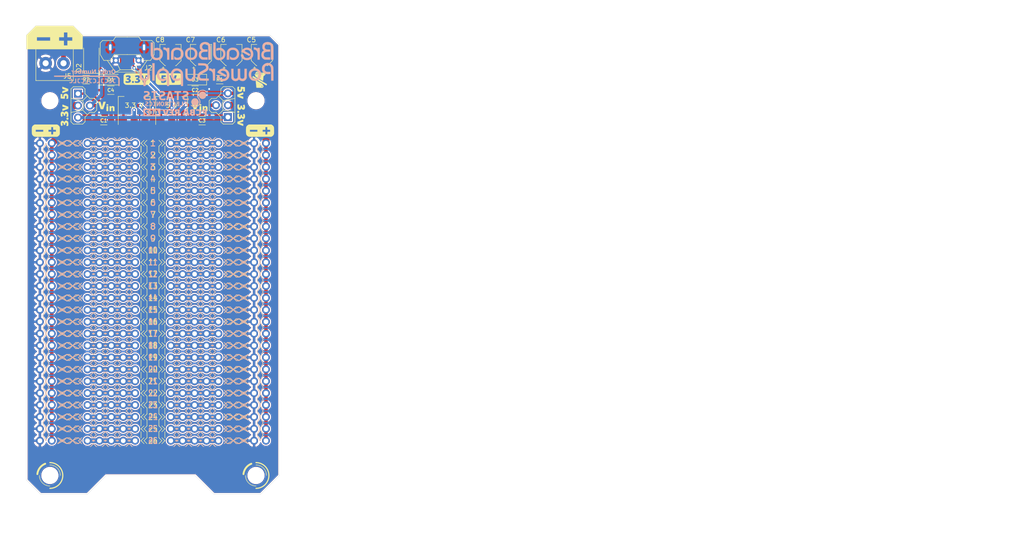
<source format=kicad_pcb>
(kicad_pcb (version 20171130) (host pcbnew "(5.1.7)-1")
  (layers (0 F.Cu signal) (31 B.Cu signal) (34 B.Paste user) (35 F.Paste user) (36 B.SilkS user) (37 F.SilkS user) (38 B.Mask user) (39 F.Mask user) (44 Edge.Cuts user))
  (net 0 "")
  (net 1 GND)
  (net 2 VS)
  (net 3 +5V)
  (net 4 +3V3)
  (net 5 "Net-(D1-Pad1)")
  (net 6 "Net-(D2-Pad2)")
  (net 7 "Net-(D3-Pad1)")
  (net 8 "Net-(J1-Pad3)")
  (net 9 /VoutLeft)
  (net 10 "Net-(J1-Pad4)")
  (net 11 /USB_Conn_D-)
  (net 12 /USB_Conn_D+)
  (net 13 "Net-(J2-Pad4)")
  (net 14 /VoutRight)
  (module MicroBBPS:Breadboard_Row_25 (layer F.Cu) (at 27 25.08)
    (fp_text reference J1 hide)
    (fp_text value Conn_01x06 hide)
    (fp_text user 1 (at 0 0 180) (layer B.SilkS) (effects (font (size 1.27 1.27) (thickness 0.2032)) (justify mirror)))
    (fp_text user 2 (at 0 2.54 180) (layer B.SilkS) (effects (font (size 1.27 1.27) (thickness 0.2032)) (justify mirror)))
    (fp_text user 13 (at 0 30.48 180) (layer B.SilkS) (effects (font (size 1.27 1.016) (thickness 0.2032)) (justify mirror)))
    (fp_text user 14 (at 0 33.02 180) (layer B.SilkS) (effects (font (size 1.27 1.016) (thickness 0.2032)) (justify mirror)))
    (fp_text user 24 (at 0 58.42 180) (layer B.SilkS) (effects (font (size 1.27 1.016) (thickness 0.2032)) (justify mirror)))
    (fp_text user 23 (at 0 55.88 180) (layer B.SilkS) (effects (font (size 1.27 1.016) (thickness 0.2032)) (justify mirror)))
    (fp_text user 11 (at 0 25.4 180) (layer B.SilkS) (effects (font (size 1.27 1.016) (thickness 0.2032)) (justify mirror)))
    (fp_text user 5 (at 0 10.16 180) (layer B.SilkS) (effects (font (size 1.27 1.27) (thickness 0.2032)) (justify mirror)))
    (fp_text user 19 (at 0 45.72 180) (layer B.SilkS) (effects (font (size 1.27 1.016) (thickness 0.2032)) (justify mirror)))
    (fp_text user 25 (at 0 60.96 180) (layer B.SilkS) (effects (font (size 1.27 1.016) (thickness 0.2032)) (justify mirror)))
    (fp_text user 22 (at 0 53.34 180) (layer B.SilkS) (effects (font (size 1.27 1.016) (thickness 0.2032)) (justify mirror)))
    (fp_text user 16 (at 0 38.1 180) (layer B.SilkS) (effects (font (size 1.27 1.016) (thickness 0.2032)) (justify mirror)))
    (fp_text user 12 (at 0 27.94 180) (layer B.SilkS) (effects (font (size 1.27 1.016) (thickness 0.2032)) (justify mirror)))
    (fp_text user 6 (at 0 12.7 180) (layer B.SilkS) (effects (font (size 1.27 1.27) (thickness 0.2032)) (justify mirror)))
    (fp_text user 3 (at 0 5.08 180) (layer B.SilkS) (effects (font (size 1.27 1.27) (thickness 0.2032)) (justify mirror)))
    (fp_text user 26 (at 0 63.5 180) (layer B.SilkS) (effects (font (size 1.27 1.016) (thickness 0.2032)) (justify mirror)))
    (fp_text user 7 (at 0 15.24 180) (layer B.SilkS) (effects (font (size 1.27 1.27) (thickness 0.2032)) (justify mirror)))
    (fp_text user 9 (at 0 20.32 180) (layer B.SilkS) (effects (font (size 1.27 1.27) (thickness 0.2032)) (justify mirror)))
    (fp_text user 17 (at 0 40.64 180) (layer B.SilkS) (effects (font (size 1.27 1.016) (thickness 0.2032)) (justify mirror)))
    (fp_text user 18 (at 0 43.18 180) (layer B.SilkS) (effects (font (size 1.27 1.016) (thickness 0.2032)) (justify mirror)))
    (fp_text user 10 (at 0 22.86 180) (layer B.SilkS) (effects (font (size 1.27 1.016) (thickness 0.2032)) (justify mirror)))
    (fp_text user 21 (at 0 50.8 180) (layer B.SilkS) (effects (font (size 1.27 1.016) (thickness 0.2032)) (justify mirror)))
    (fp_text user 15 (at 0 35.56 180) (layer B.SilkS) (effects (font (size 1.27 1.016) (thickness 0.2032)) (justify mirror)))
    (fp_text user 8 (at 0 17.78 180) (layer B.SilkS) (effects (font (size 1.27 1.27) (thickness 0.2032)) (justify mirror)))
    (fp_text user 20 (at 0 48.26 180) (layer B.SilkS) (effects (font (size 1.27 1.016) (thickness 0.2032)) (justify mirror)))
    (fp_text user 4 (at 0 7.62 180) (layer B.SilkS) (effects (font (size 1.27 1.27) (thickness 0.2032)) (justify mirror)))
    (fp_text user 26 (at 0 63.5) (layer F.SilkS) (effects (font (size 1.27 1.016) (thickness 0.2032))))
    (fp_text user 23 (at 0 55.88) (layer F.SilkS) (effects (font (size 1.27 1.016) (thickness 0.2032))))
    (fp_text user 24 (at 0 58.42) (layer F.SilkS) (effects (font (size 1.27 1.016) (thickness 0.2032))))
    (fp_text user 22 (at 0 53.34) (layer F.SilkS) (effects (font (size 1.27 1.016) (thickness 0.2032))))
    (fp_text user 25 (at 0 60.96) (layer F.SilkS) (effects (font (size 1.27 1.016) (thickness 0.2032))))
    (fp_text user 19 (at 0 45.72) (layer F.SilkS) (effects (font (size 1.27 1.016) (thickness 0.2032))))
    (fp_text user 20 (at 0 48.26) (layer F.SilkS) (effects (font (size 1.27 1.016) (thickness 0.2032))))
    (fp_text user 18 (at 0 43.18) (layer F.SilkS) (effects (font (size 1.27 1.016) (thickness 0.2032))))
    (fp_text user 21 (at 0 50.8) (layer F.SilkS) (effects (font (size 1.27 1.016) (thickness 0.2032))))
    (fp_text user 15 (at 0 35.56) (layer F.SilkS) (effects (font (size 1.27 1.016) (thickness 0.2032))))
    (fp_text user 16 (at 0 38.1) (layer F.SilkS) (effects (font (size 1.27 1.016) (thickness 0.2032))))
    (fp_text user 14 (at 0 33.02) (layer F.SilkS) (effects (font (size 1.27 1.016) (thickness 0.2032))))
    (fp_text user 17 (at 0 40.64) (layer F.SilkS) (effects (font (size 1.27 1.016) (thickness 0.2032))))
    (fp_text user 13 (at 0 30.48) (layer F.SilkS) (effects (font (size 1.27 1.016) (thickness 0.2032))))
    (fp_text user 12 (at 0 27.94) (layer F.SilkS) (effects (font (size 1.27 1.016) (thickness 0.2032))))
    (fp_text user 11 (at 0 25.4) (layer F.SilkS) (effects (font (size 1.27 1.016) (thickness 0.2032))))
    (fp_text user 10 (at 0 22.86) (layer F.SilkS) (effects (font (size 1.27 1.016) (thickness 0.2032))))
    (fp_text user 7 (at 0 15.24) (layer F.SilkS) (effects (font (size 1.27 1.27) (thickness 0.2032))))
    (fp_text user 9 (at 0 20.32) (layer F.SilkS) (effects (font (size 1.27 1.27) (thickness 0.2032))))
    (fp_text user 8 (at 0 17.78) (layer F.SilkS) (effects (font (size 1.27 1.27) (thickness 0.2032))))
    (fp_text user 6 (at 0 12.7) (layer F.SilkS) (effects (font (size 1.27 1.27) (thickness 0.2032))))
    (fp_text user 5 (at 0 10.16) (layer F.SilkS) (effects (font (size 1.27 1.27) (thickness 0.2032))))
    (fp_text user 4 (at 0 7.62) (layer F.SilkS) (effects (font (size 1.27 1.27) (thickness 0.2032))))
    (fp_text user 3 (at 0 5.08) (layer F.SilkS) (effects (font (size 1.27 1.27) (thickness 0.2032))))
    (fp_text user 2 (at 0 2.54) (layer F.SilkS) (effects (font (size 1.27 1.27) (thickness 0.2032))))
    (fp_text user 1 (at 0 0) (layer F.SilkS) (effects (font (size 1.27 1.27) (thickness 0.2032))))
    (fp_line (start -13.97 10.16) (end -3.81 10.16) (layer B.Cu) (width 1))
    (fp_line (start 13.97 10.16) (end 3.81 10.16) (layer F.Cu) (width 1))
    (fp_line (start 13.97 10.16) (end 3.81 10.16) (layer B.Cu) (width 1))
    (fp_line (start -13.97 10.16) (end -3.81 10.16) (layer F.Cu) (width 1))
    (fp_line (start -13.97 7.62) (end -3.81 7.62) (layer B.Cu) (width 1))
    (fp_line (start 13.97 7.62) (end 3.81 7.62) (layer F.Cu) (width 1))
    (fp_line (start 13.97 7.62) (end 3.81 7.62) (layer B.Cu) (width 1))
    (fp_line (start -13.97 7.62) (end -3.81 7.62) (layer F.Cu) (width 1))
    (fp_line (start -13.97 5.08) (end -3.81 5.08) (layer B.Cu) (width 1))
    (fp_line (start 13.97 5.08) (end 3.81 5.08) (layer F.Cu) (width 1))
    (fp_line (start 13.97 5.08) (end 3.81 5.08) (layer B.Cu) (width 1))
    (fp_line (start -13.97 5.08) (end -3.81 5.08) (layer F.Cu) (width 1))
    (fp_line (start -13.97 2.54) (end -3.81 2.54) (layer B.Cu) (width 1))
    (fp_line (start 13.97 2.54) (end 3.81 2.54) (layer F.Cu) (width 1))
    (fp_line (start 13.97 2.54) (end 3.81 2.54) (layer B.Cu) (width 1))
    (fp_line (start -13.97 2.54) (end -3.81 2.54) (layer F.Cu) (width 1))
    (fp_line (start -13.97 0) (end -3.81 0) (layer B.Cu) (width 1))
    (fp_line (start 13.97 0) (end 3.81 0) (layer F.Cu) (width 1))
    (fp_line (start 13.97 0) (end 3.81 0) (layer B.Cu) (width 1))
    (fp_line (start -13.97 0) (end -3.81 0) (layer F.Cu) (width 1))
    (fp_line (start -13.97 12.7) (end -3.81 12.7) (layer B.Cu) (width 1))
    (fp_line (start 13.97 12.7) (end 3.81 12.7) (layer F.Cu) (width 1))
    (fp_line (start 13.97 12.7) (end 3.81 12.7) (layer B.Cu) (width 1))
    (fp_line (start -13.97 12.7) (end -3.81 12.7) (layer F.Cu) (width 1))
    (fp_line (start -13.97 15.24) (end -3.81 15.24) (layer B.Cu) (width 1))
    (fp_line (start 13.97 15.24) (end 3.81 15.24) (layer F.Cu) (width 1))
    (fp_line (start 13.97 15.24) (end 3.81 15.24) (layer B.Cu) (width 1))
    (fp_line (start -13.97 15.24) (end -3.81 15.24) (layer F.Cu) (width 1))
    (fp_line (start -13.97 17.78) (end -3.81 17.78) (layer B.Cu) (width 1))
    (fp_line (start 13.97 17.78) (end 3.81 17.78) (layer F.Cu) (width 1))
    (fp_line (start 13.97 17.78) (end 3.81 17.78) (layer B.Cu) (width 1))
    (fp_line (start -13.97 17.78) (end -3.81 17.78) (layer F.Cu) (width 1))
    (fp_line (start -13.97 20.32) (end -3.81 20.32) (layer B.Cu) (width 1))
    (fp_line (start 13.97 20.32) (end 3.81 20.32) (layer F.Cu) (width 1))
    (fp_line (start 13.97 20.32) (end 3.81 20.32) (layer B.Cu) (width 1))
    (fp_line (start -13.97 20.32) (end -3.81 20.32) (layer F.Cu) (width 1))
    (fp_line (start -13.97 22.86) (end -3.81 22.86) (layer B.Cu) (width 1))
    (fp_line (start 13.97 22.86) (end 3.81 22.86) (layer F.Cu) (width 1))
    (fp_line (start 13.97 22.86) (end 3.81 22.86) (layer B.Cu) (width 1))
    (fp_line (start -13.97 22.86) (end -3.81 22.86) (layer F.Cu) (width 1))
    (fp_line (start -13.97 25.4) (end -3.81 25.4) (layer B.Cu) (width 1))
    (fp_line (start 13.97 25.4) (end 3.81 25.4) (layer F.Cu) (width 1))
    (fp_line (start 13.97 25.4) (end 3.81 25.4) (layer B.Cu) (width 1))
    (fp_line (start -13.97 25.4) (end -3.81 25.4) (layer F.Cu) (width 1))
    (fp_line (start -13.97 27.94) (end -3.81 27.94) (layer B.Cu) (width 1))
    (fp_line (start 13.97 27.94) (end 3.81 27.94) (layer F.Cu) (width 1))
    (fp_line (start 13.97 27.94) (end 3.81 27.94) (layer B.Cu) (width 1))
    (fp_line (start -13.97 27.94) (end -3.81 27.94) (layer F.Cu) (width 1))
    (fp_line (start -13.97 30.48) (end -3.81 30.48) (layer B.Cu) (width 1))
    (fp_line (start 13.97 30.48) (end 3.81 30.48) (layer F.Cu) (width 1))
    (fp_line (start 13.97 30.48) (end 3.81 30.48) (layer B.Cu) (width 1))
    (fp_line (start -13.97 30.48) (end -3.81 30.48) (layer F.Cu) (width 1))
    (fp_line (start -13.97 33.02) (end -3.81 33.02) (layer B.Cu) (width 1))
    (fp_line (start 13.97 33.02) (end 3.81 33.02) (layer F.Cu) (width 1))
    (fp_line (start 13.97 33.02) (end 3.81 33.02) (layer B.Cu) (width 1))
    (fp_line (start -13.97 33.02) (end -3.81 33.02) (layer F.Cu) (width 1))
    (fp_line (start -13.97 35.56) (end -3.81 35.56) (layer B.Cu) (width 1))
    (fp_line (start 13.97 35.56) (end 3.81 35.56) (layer F.Cu) (width 1))
    (fp_line (start 13.97 35.56) (end 3.81 35.56) (layer B.Cu) (width 1))
    (fp_line (start -13.97 35.56) (end -3.81 35.56) (layer F.Cu) (width 1))
    (fp_line (start -13.97 38.1) (end -3.81 38.1) (layer B.Cu) (width 1))
    (fp_line (start 13.97 38.1) (end 3.81 38.1) (layer F.Cu) (width 1))
    (fp_line (start 13.97 38.1) (end 3.81 38.1) (layer B.Cu) (width 1))
    (fp_line (start -13.97 38.1) (end -3.81 38.1) (layer F.Cu) (width 1))
    (fp_line (start -13.97 40.64) (end -3.81 40.64) (layer B.Cu) (width 1))
    (fp_line (start 13.97 40.64) (end 3.81 40.64) (layer F.Cu) (width 1))
    (fp_line (start 13.97 40.64) (end 3.81 40.64) (layer B.Cu) (width 1))
    (fp_line (start -13.97 40.64) (end -3.81 40.64) (layer F.Cu) (width 1))
    (fp_line (start -13.97 43.18) (end -3.81 43.18) (layer B.Cu) (width 1))
    (fp_line (start 13.97 43.18) (end 3.81 43.18) (layer F.Cu) (width 1))
    (fp_line (start 13.97 43.18) (end 3.81 43.18) (layer B.Cu) (width 1))
    (fp_line (start -13.97 43.18) (end -3.81 43.18) (layer F.Cu) (width 1))
    (fp_line (start -13.97 45.72) (end -3.81 45.72) (layer B.Cu) (width 1))
    (fp_line (start 13.97 45.72) (end 3.81 45.72) (layer F.Cu) (width 1))
    (fp_line (start 13.97 45.72) (end 3.81 45.72) (layer B.Cu) (width 1))
    (fp_line (start -13.97 45.72) (end -3.81 45.72) (layer F.Cu) (width 1))
    (fp_line (start -13.97 48.26) (end -3.81 48.26) (layer B.Cu) (width 1))
    (fp_line (start 13.97 48.26) (end 3.81 48.26) (layer F.Cu) (width 1))
    (fp_line (start 13.97 48.26) (end 3.81 48.26) (layer B.Cu) (width 1))
    (fp_line (start -13.97 48.26) (end -3.81 48.26) (layer F.Cu) (width 1))
    (fp_line (start -13.97 50.8) (end -3.81 50.8) (layer B.Cu) (width 1))
    (fp_line (start 13.97 50.8) (end 3.81 50.8) (layer F.Cu) (width 1))
    (fp_line (start 13.97 50.8) (end 3.81 50.8) (layer B.Cu) (width 1))
    (fp_line (start -13.97 50.8) (end -3.81 50.8) (layer F.Cu) (width 1))
    (fp_line (start -13.97 53.34) (end -3.81 53.34) (layer B.Cu) (width 1))
    (fp_line (start 13.97 53.34) (end 3.81 53.34) (layer F.Cu) (width 1))
    (fp_line (start 13.97 53.34) (end 3.81 53.34) (layer B.Cu) (width 1))
    (fp_line (start -13.97 53.34) (end -3.81 53.34) (layer F.Cu) (width 1))
    (fp_line (start -13.97 55.88) (end -3.81 55.88) (layer B.Cu) (width 1))
    (fp_line (start 13.97 55.88) (end 3.81 55.88) (layer F.Cu) (width 1))
    (fp_line (start 13.97 55.88) (end 3.81 55.88) (layer B.Cu) (width 1))
    (fp_line (start -13.97 55.88) (end -3.81 55.88) (layer F.Cu) (width 1))
    (fp_line (start -13.97 58.42) (end -3.81 58.42) (layer B.Cu) (width 1))
    (fp_line (start 13.97 58.42) (end 3.81 58.42) (layer F.Cu) (width 1))
    (fp_line (start 13.97 58.42) (end 3.81 58.42) (layer B.Cu) (width 1))
    (fp_line (start -13.97 58.42) (end -3.81 58.42) (layer F.Cu) (width 1))
    (fp_line (start -13.97 60.96) (end -3.81 60.96) (layer B.Cu) (width 1))
    (fp_line (start 13.97 60.96) (end 3.81 60.96) (layer F.Cu) (width 1))
    (fp_line (start 13.97 60.96) (end 3.81 60.96) (layer B.Cu) (width 1))
    (fp_line (start -13.97 60.96) (end -3.81 60.96) (layer F.Cu) (width 1))
    (fp_line (start -13.97 63.5) (end -3.81 63.5) (layer B.Cu) (width 1))
    (fp_line (start 13.97 63.5) (end 3.81 63.5) (layer F.Cu) (width 1))
    (fp_line (start 13.97 63.5) (end 3.81 63.5) (layer B.Cu) (width 1))
    (fp_line (start -13.97 63.5) (end -3.81 63.5) (layer F.Cu) (width 1))
    (pad 4 thru_hole oval (at 6.35 63.5) (size 1.7 1.7) (drill 1) (layers *.Cu *.Mask) (net 10 "Net-(J1-Pad4)"))
    (pad 5 thru_hole oval (at 21.59 63.5) (size 1.7 1.7) (drill 1) (layers *.Cu *.Mask) (net 1 GND))
    (pad 4 thru_hole oval (at 11.43 63.5) (size 1.7 1.7) (drill 1) (layers *.Cu *.Mask) (net 10 "Net-(J1-Pad4)"))
    (pad 4 thru_hole oval (at 8.89 63.5) (size 1.7 1.7) (drill 1) (layers *.Cu *.Mask) (net 10 "Net-(J1-Pad4)"))
    (pad 4 thru_hole oval (at 3.81 63.5) (size 1.7 1.7) (drill 1) (layers *.Cu *.Mask) (net 10 "Net-(J1-Pad4)"))
    (pad 4 thru_hole oval (at 13.97 63.5) (size 1.7 1.7) (drill 1) (layers *.Cu *.Mask) (net 10 "Net-(J1-Pad4)"))
    (pad 2 thru_hole oval (at -21.59 63.5 180) (size 1.7 1.7) (drill 1) (layers *.Cu *.Mask) (net 9 /VoutLeft))
    (pad 1 thru_hole oval (at -24.13 63.5 180) (size 1.7 1.7) (drill 1) (layers *.Cu *.Mask) (net 1 GND))
    (pad 6 thru_hole oval (at 24.13 63.5) (size 1.7 1.7) (drill 1) (layers *.Cu *.Mask) (net 14 /VoutRight))
    (pad 3 thru_hole oval (at -3.81 63.5) (size 1.7 1.7) (drill 1) (layers *.Cu *.Mask) (net 8 "Net-(J1-Pad3)"))
    (pad 3 thru_hole oval (at -13.97 63.5) (size 1.7 1.7) (drill 1) (layers *.Cu *.Mask) (net 8 "Net-(J1-Pad3)"))
    (pad 3 thru_hole oval (at -11.43 63.5) (size 1.7 1.7) (drill 1) (layers *.Cu *.Mask) (net 8 "Net-(J1-Pad3)"))
    (pad 3 thru_hole oval (at -6.35 63.5) (size 1.7 1.7) (drill 1) (layers *.Cu *.Mask) (net 8 "Net-(J1-Pad3)"))
    (pad 3 thru_hole oval (at -8.89 63.5) (size 1.7 1.7) (drill 1) (layers *.Cu *.Mask) (net 8 "Net-(J1-Pad3)"))
    (pad 4 thru_hole oval (at 6.35 60.96) (size 1.7 1.7) (drill 1) (layers *.Cu *.Mask) (net 10 "Net-(J1-Pad4)"))
    (pad 5 thru_hole oval (at 21.59 60.96) (size 1.7 1.7) (drill 1) (layers *.Cu *.Mask) (net 1 GND))
    (pad 4 thru_hole oval (at 11.43 60.96) (size 1.7 1.7) (drill 1) (layers *.Cu *.Mask) (net 10 "Net-(J1-Pad4)"))
    (pad 4 thru_hole oval (at 8.89 60.96) (size 1.7 1.7) (drill 1) (layers *.Cu *.Mask) (net 10 "Net-(J1-Pad4)"))
    (pad 4 thru_hole oval (at 3.81 60.96) (size 1.7 1.7) (drill 1) (layers *.Cu *.Mask) (net 10 "Net-(J1-Pad4)"))
    (pad 4 thru_hole oval (at 13.97 60.96) (size 1.7 1.7) (drill 1) (layers *.Cu *.Mask) (net 10 "Net-(J1-Pad4)"))
    (pad 2 thru_hole oval (at -21.59 60.96 180) (size 1.7 1.7) (drill 1) (layers *.Cu *.Mask) (net 9 /VoutLeft))
    (pad 1 thru_hole oval (at -24.13 60.96 180) (size 1.7 1.7) (drill 1) (layers *.Cu *.Mask) (net 1 GND))
    (pad 6 thru_hole oval (at 24.13 60.96) (size 1.7 1.7) (drill 1) (layers *.Cu *.Mask) (net 14 /VoutRight))
    (pad 3 thru_hole oval (at -3.81 60.96) (size 1.7 1.7) (drill 1) (layers *.Cu *.Mask) (net 8 "Net-(J1-Pad3)"))
    (pad 3 thru_hole oval (at -13.97 60.96) (size 1.7 1.7) (drill 1) (layers *.Cu *.Mask) (net 8 "Net-(J1-Pad3)"))
    (pad 3 thru_hole oval (at -11.43 60.96) (size 1.7 1.7) (drill 1) (layers *.Cu *.Mask) (net 8 "Net-(J1-Pad3)"))
    (pad 3 thru_hole oval (at -6.35 60.96) (size 1.7 1.7) (drill 1) (layers *.Cu *.Mask) (net 8 "Net-(J1-Pad3)"))
    (pad 3 thru_hole oval (at -8.89 60.96) (size 1.7 1.7) (drill 1) (layers *.Cu *.Mask) (net 8 "Net-(J1-Pad3)"))
    (pad 4 thru_hole oval (at 6.35 58.42) (size 1.7 1.7) (drill 1) (layers *.Cu *.Mask) (net 10 "Net-(J1-Pad4)"))
    (pad 5 thru_hole oval (at 21.59 58.42) (size 1.7 1.7) (drill 1) (layers *.Cu *.Mask) (net 1 GND))
    (pad 4 thru_hole oval (at 11.43 58.42) (size 1.7 1.7) (drill 1) (layers *.Cu *.Mask) (net 10 "Net-(J1-Pad4)"))
    (pad 4 thru_hole oval (at 8.89 58.42) (size 1.7 1.7) (drill 1) (layers *.Cu *.Mask) (net 10 "Net-(J1-Pad4)"))
    (pad 4 thru_hole oval (at 3.81 58.42) (size 1.7 1.7) (drill 1) (layers *.Cu *.Mask) (net 10 "Net-(J1-Pad4)"))
    (pad 4 thru_hole oval (at 13.97 58.42) (size 1.7 1.7) (drill 1) (layers *.Cu *.Mask) (net 10 "Net-(J1-Pad4)"))
    (pad 2 thru_hole oval (at -21.59 58.42 180) (size 1.7 1.7) (drill 1) (layers *.Cu *.Mask) (net 9 /VoutLeft))
    (pad 1 thru_hole oval (at -24.13 58.42 180) (size 1.7 1.7) (drill 1) (layers *.Cu *.Mask) (net 1 GND))
    (pad 6 thru_hole oval (at 24.13 58.42) (size 1.7 1.7) (drill 1) (layers *.Cu *.Mask) (net 14 /VoutRight))
    (pad 3 thru_hole oval (at -3.81 58.42) (size 1.7 1.7) (drill 1) (layers *.Cu *.Mask) (net 8 "Net-(J1-Pad3)"))
    (pad 3 thru_hole oval (at -13.97 58.42) (size 1.7 1.7) (drill 1) (layers *.Cu *.Mask) (net 8 "Net-(J1-Pad3)"))
    (pad 3 thru_hole oval (at -11.43 58.42) (size 1.7 1.7) (drill 1) (layers *.Cu *.Mask) (net 8 "Net-(J1-Pad3)"))
    (pad 3 thru_hole oval (at -6.35 58.42) (size 1.7 1.7) (drill 1) (layers *.Cu *.Mask) (net 8 "Net-(J1-Pad3)"))
    (pad 3 thru_hole oval (at -8.89 58.42) (size 1.7 1.7) (drill 1) (layers *.Cu *.Mask) (net 8 "Net-(J1-Pad3)"))
    (pad 4 thru_hole oval (at 6.35 55.88) (size 1.7 1.7) (drill 1) (layers *.Cu *.Mask) (net 10 "Net-(J1-Pad4)"))
    (pad 5 thru_hole oval (at 21.59 55.88) (size 1.7 1.7) (drill 1) (layers *.Cu *.Mask) (net 1 GND))
    (pad 4 thru_hole oval (at 11.43 55.88) (size 1.7 1.7) (drill 1) (layers *.Cu *.Mask) (net 10 "Net-(J1-Pad4)"))
    (pad 4 thru_hole oval (at 8.89 55.88) (size 1.7 1.7) (drill 1) (layers *.Cu *.Mask) (net 10 "Net-(J1-Pad4)"))
    (pad 4 thru_hole oval (at 3.81 55.88) (size 1.7 1.7) (drill 1) (layers *.Cu *.Mask) (net 10 "Net-(J1-Pad4)"))
    (pad 4 thru_hole oval (at 13.97 55.88) (size 1.7 1.7) (drill 1) (layers *.Cu *.Mask) (net 10 "Net-(J1-Pad4)"))
    (pad 2 thru_hole oval (at -21.59 55.88 180) (size 1.7 1.7) (drill 1) (layers *.Cu *.Mask) (net 9 /VoutLeft))
    (pad 1 thru_hole oval (at -24.13 55.88 180) (size 1.7 1.7) (drill 1) (layers *.Cu *.Mask) (net 1 GND))
    (pad 6 thru_hole oval (at 24.13 55.88) (size 1.7 1.7) (drill 1) (layers *.Cu *.Mask) (net 14 /VoutRight))
    (pad 3 thru_hole oval (at -3.81 55.88) (size 1.7 1.7) (drill 1) (layers *.Cu *.Mask) (net 8 "Net-(J1-Pad3)"))
    (pad 3 thru_hole oval (at -13.97 55.88) (size 1.7 1.7) (drill 1) (layers *.Cu *.Mask) (net 8 "Net-(J1-Pad3)"))
    (pad 3 thru_hole oval (at -11.43 55.88) (size 1.7 1.7) (drill 1) (layers *.Cu *.Mask) (net 8 "Net-(J1-Pad3)"))
    (pad 3 thru_hole oval (at -6.35 55.88) (size 1.7 1.7) (drill 1) (layers *.Cu *.Mask) (net 8 "Net-(J1-Pad3)"))
    (pad 3 thru_hole oval (at -8.89 55.88) (size 1.7 1.7) (drill 1) (layers *.Cu *.Mask) (net 8 "Net-(J1-Pad3)"))
    (pad 4 thru_hole oval (at 6.35 53.34) (size 1.7 1.7) (drill 1) (layers *.Cu *.Mask) (net 10 "Net-(J1-Pad4)"))
    (pad 5 thru_hole oval (at 21.59 53.34) (size 1.7 1.7) (drill 1) (layers *.Cu *.Mask) (net 1 GND))
    (pad 4 thru_hole oval (at 11.43 53.34) (size 1.7 1.7) (drill 1) (layers *.Cu *.Mask) (net 10 "Net-(J1-Pad4)"))
    (pad 4 thru_hole oval (at 8.89 53.34) (size 1.7 1.7) (drill 1) (layers *.Cu *.Mask) (net 10 "Net-(J1-Pad4)"))
    (pad 4 thru_hole oval (at 3.81 53.34) (size 1.7 1.7) (drill 1) (layers *.Cu *.Mask) (net 10 "Net-(J1-Pad4)"))
    (pad 4 thru_hole oval (at 13.97 53.34) (size 1.7 1.7) (drill 1) (layers *.Cu *.Mask) (net 10 "Net-(J1-Pad4)"))
    (pad 2 thru_hole oval (at -21.59 53.34 180) (size 1.7 1.7) (drill 1) (layers *.Cu *.Mask) (net 9 /VoutLeft))
    (pad 1 thru_hole oval (at -24.13 53.34 180) (size 1.7 1.7) (drill 1) (layers *.Cu *.Mask) (net 1 GND))
    (pad 6 thru_hole oval (at 24.13 53.34) (size 1.7 1.7) (drill 1) (layers *.Cu *.Mask) (net 14 /VoutRight))
    (pad 3 thru_hole oval (at -3.81 53.34) (size 1.7 1.7) (drill 1) (layers *.Cu *.Mask) (net 8 "Net-(J1-Pad3)"))
    (pad 3 thru_hole oval (at -13.97 53.34) (size 1.7 1.7) (drill 1) (layers *.Cu *.Mask) (net 8 "Net-(J1-Pad3)"))
    (pad 3 thru_hole oval (at -11.43 53.34) (size 1.7 1.7) (drill 1) (layers *.Cu *.Mask) (net 8 "Net-(J1-Pad3)"))
    (pad 3 thru_hole oval (at -6.35 53.34) (size 1.7 1.7) (drill 1) (layers *.Cu *.Mask) (net 8 "Net-(J1-Pad3)"))
    (pad 3 thru_hole oval (at -8.89 53.34) (size 1.7 1.7) (drill 1) (layers *.Cu *.Mask) (net 8 "Net-(J1-Pad3)"))
    (pad 4 thru_hole oval (at 6.35 50.8) (size 1.7 1.7) (drill 1) (layers *.Cu *.Mask) (net 10 "Net-(J1-Pad4)"))
    (pad 5 thru_hole oval (at 21.59 50.8) (size 1.7 1.7) (drill 1) (layers *.Cu *.Mask) (net 1 GND))
    (pad 4 thru_hole oval (at 11.43 50.8) (size 1.7 1.7) (drill 1) (layers *.Cu *.Mask) (net 10 "Net-(J1-Pad4)"))
    (pad 4 thru_hole oval (at 8.89 50.8) (size 1.7 1.7) (drill 1) (layers *.Cu *.Mask) (net 10 "Net-(J1-Pad4)"))
    (pad 4 thru_hole oval (at 3.81 50.8) (size 1.7 1.7) (drill 1) (layers *.Cu *.Mask) (net 10 "Net-(J1-Pad4)"))
    (pad 4 thru_hole oval (at 13.97 50.8) (size 1.7 1.7) (drill 1) (layers *.Cu *.Mask) (net 10 "Net-(J1-Pad4)"))
    (pad 2 thru_hole oval (at -21.59 50.8 180) (size 1.7 1.7) (drill 1) (layers *.Cu *.Mask) (net 9 /VoutLeft))
    (pad 1 thru_hole oval (at -24.13 50.8 180) (size 1.7 1.7) (drill 1) (layers *.Cu *.Mask) (net 1 GND))
    (pad 6 thru_hole oval (at 24.13 50.8) (size 1.7 1.7) (drill 1) (layers *.Cu *.Mask) (net 14 /VoutRight))
    (pad 3 thru_hole oval (at -3.81 50.8) (size 1.7 1.7) (drill 1) (layers *.Cu *.Mask) (net 8 "Net-(J1-Pad3)"))
    (pad 3 thru_hole oval (at -13.97 50.8) (size 1.7 1.7) (drill 1) (layers *.Cu *.Mask) (net 8 "Net-(J1-Pad3)"))
    (pad 3 thru_hole oval (at -11.43 50.8) (size 1.7 1.7) (drill 1) (layers *.Cu *.Mask) (net 8 "Net-(J1-Pad3)"))
    (pad 3 thru_hole oval (at -6.35 50.8) (size 1.7 1.7) (drill 1) (layers *.Cu *.Mask) (net 8 "Net-(J1-Pad3)"))
    (pad 3 thru_hole oval (at -8.89 50.8) (size 1.7 1.7) (drill 1) (layers *.Cu *.Mask) (net 8 "Net-(J1-Pad3)"))
    (pad 4 thru_hole oval (at 6.35 48.26) (size 1.7 1.7) (drill 1) (layers *.Cu *.Mask) (net 10 "Net-(J1-Pad4)"))
    (pad 5 thru_hole oval (at 21.59 48.26) (size 1.7 1.7) (drill 1) (layers *.Cu *.Mask) (net 1 GND))
    (pad 4 thru_hole oval (at 11.43 48.26) (size 1.7 1.7) (drill 1) (layers *.Cu *.Mask) (net 10 "Net-(J1-Pad4)"))
    (pad 4 thru_hole oval (at 8.89 48.26) (size 1.7 1.7) (drill 1) (layers *.Cu *.Mask) (net 10 "Net-(J1-Pad4)"))
    (pad 4 thru_hole oval (at 3.81 48.26) (size 1.7 1.7) (drill 1) (layers *.Cu *.Mask) (net 10 "Net-(J1-Pad4)"))
    (pad 4 thru_hole oval (at 13.97 48.26) (size 1.7 1.7) (drill 1) (layers *.Cu *.Mask) (net 10 "Net-(J1-Pad4)"))
    (pad 2 thru_hole oval (at -21.59 48.26 180) (size 1.7 1.7) (drill 1) (layers *.Cu *.Mask) (net 9 /VoutLeft))
    (pad 1 thru_hole oval (at -24.13 48.26 180) (size 1.7 1.7) (drill 1) (layers *.Cu *.Mask) (net 1 GND))
    (pad 6 thru_hole oval (at 24.13 48.26) (size 1.7 1.7) (drill 1) (layers *.Cu *.Mask) (net 14 /VoutRight))
    (pad 3 thru_hole oval (at -3.81 48.26) (size 1.7 1.7) (drill 1) (layers *.Cu *.Mask) (net 8 "Net-(J1-Pad3)"))
    (pad 3 thru_hole oval (at -13.97 48.26) (size 1.7 1.7) (drill 1) (layers *.Cu *.Mask) (net 8 "Net-(J1-Pad3)"))
    (pad 3 thru_hole oval (at -11.43 48.26) (size 1.7 1.7) (drill 1) (layers *.Cu *.Mask) (net 8 "Net-(J1-Pad3)"))
    (pad 3 thru_hole oval (at -6.35 48.26) (size 1.7 1.7) (drill 1) (layers *.Cu *.Mask) (net 8 "Net-(J1-Pad3)"))
    (pad 3 thru_hole oval (at -8.89 48.26) (size 1.7 1.7) (drill 1) (layers *.Cu *.Mask) (net 8 "Net-(J1-Pad3)"))
    (pad 4 thru_hole oval (at 6.35 45.72) (size 1.7 1.7) (drill 1) (layers *.Cu *.Mask) (net 10 "Net-(J1-Pad4)"))
    (pad 5 thru_hole oval (at 21.59 45.72) (size 1.7 1.7) (drill 1) (layers *.Cu *.Mask) (net 1 GND))
    (pad 4 thru_hole oval (at 11.43 45.72) (size 1.7 1.7) (drill 1) (layers *.Cu *.Mask) (net 10 "Net-(J1-Pad4)"))
    (pad 4 thru_hole oval (at 8.89 45.72) (size 1.7 1.7) (drill 1) (layers *.Cu *.Mask) (net 10 "Net-(J1-Pad4)"))
    (pad 4 thru_hole oval (at 3.81 45.72) (size 1.7 1.7) (drill 1) (layers *.Cu *.Mask) (net 10 "Net-(J1-Pad4)"))
    (pad 4 thru_hole oval (at 13.97 45.72) (size 1.7 1.7) (drill 1) (layers *.Cu *.Mask) (net 10 "Net-(J1-Pad4)"))
    (pad 2 thru_hole oval (at -21.59 45.72 180) (size 1.7 1.7) (drill 1) (layers *.Cu *.Mask) (net 9 /VoutLeft))
    (pad 1 thru_hole oval (at -24.13 45.72 180) (size 1.7 1.7) (drill 1) (layers *.Cu *.Mask) (net 1 GND))
    (pad 6 thru_hole oval (at 24.13 45.72) (size 1.7 1.7) (drill 1) (layers *.Cu *.Mask) (net 14 /VoutRight))
    (pad 3 thru_hole oval (at -3.81 45.72) (size 1.7 1.7) (drill 1) (layers *.Cu *.Mask) (net 8 "Net-(J1-Pad3)"))
    (pad 3 thru_hole oval (at -13.97 45.72) (size 1.7 1.7) (drill 1) (layers *.Cu *.Mask) (net 8 "Net-(J1-Pad3)"))
    (pad 3 thru_hole oval (at -11.43 45.72) (size 1.7 1.7) (drill 1) (layers *.Cu *.Mask) (net 8 "Net-(J1-Pad3)"))
    (pad 3 thru_hole oval (at -6.35 45.72) (size 1.7 1.7) (drill 1) (layers *.Cu *.Mask) (net 8 "Net-(J1-Pad3)"))
    (pad 3 thru_hole oval (at -8.89 45.72) (size 1.7 1.7) (drill 1) (layers *.Cu *.Mask) (net 8 "Net-(J1-Pad3)"))
    (pad 4 thru_hole oval (at 6.35 43.18) (size 1.7 1.7) (drill 1) (layers *.Cu *.Mask) (net 10 "Net-(J1-Pad4)"))
    (pad 5 thru_hole oval (at 21.59 43.18) (size 1.7 1.7) (drill 1) (layers *.Cu *.Mask) (net 1 GND))
    (pad 4 thru_hole oval (at 11.43 43.18) (size 1.7 1.7) (drill 1) (layers *.Cu *.Mask) (net 10 "Net-(J1-Pad4)"))
    (pad 4 thru_hole oval (at 8.89 43.18) (size 1.7 1.7) (drill 1) (layers *.Cu *.Mask) (net 10 "Net-(J1-Pad4)"))
    (pad 4 thru_hole oval (at 3.81 43.18) (size 1.7 1.7) (drill 1) (layers *.Cu *.Mask) (net 10 "Net-(J1-Pad4)"))
    (pad 4 thru_hole oval (at 13.97 43.18) (size 1.7 1.7) (drill 1) (layers *.Cu *.Mask) (net 10 "Net-(J1-Pad4)"))
    (pad 2 thru_hole oval (at -21.59 43.18 180) (size 1.7 1.7) (drill 1) (layers *.Cu *.Mask) (net 9 /VoutLeft))
    (pad 1 thru_hole oval (at -24.13 43.18 180) (size 1.7 1.7) (drill 1) (layers *.Cu *.Mask) (net 1 GND))
    (pad 6 thru_hole oval (at 24.13 43.18) (size 1.7 1.7) (drill 1) (layers *.Cu *.Mask) (net 14 /VoutRight))
    (pad 3 thru_hole oval (at -3.81 43.18) (size 1.7 1.7) (drill 1) (layers *.Cu *.Mask) (net 8 "Net-(J1-Pad3)"))
    (pad 3 thru_hole oval (at -13.97 43.18) (size 1.7 1.7) (drill 1) (layers *.Cu *.Mask) (net 8 "Net-(J1-Pad3)"))
    (pad 3 thru_hole oval (at -11.43 43.18) (size 1.7 1.7) (drill 1) (layers *.Cu *.Mask) (net 8 "Net-(J1-Pad3)"))
    (pad 3 thru_hole oval (at -6.35 43.18) (size 1.7 1.7) (drill 1) (layers *.Cu *.Mask) (net 8 "Net-(J1-Pad3)"))
    (pad 3 thru_hole oval (at -8.89 43.18) (size 1.7 1.7) (drill 1) (layers *.Cu *.Mask) (net 8 "Net-(J1-Pad3)"))
    (pad 4 thru_hole oval (at 6.35 40.64) (size 1.7 1.7) (drill 1) (layers *.Cu *.Mask) (net 10 "Net-(J1-Pad4)"))
    (pad 5 thru_hole oval (at 21.59 40.64) (size 1.7 1.7) (drill 1) (layers *.Cu *.Mask) (net 1 GND))
    (pad 4 thru_hole oval (at 11.43 40.64) (size 1.7 1.7) (drill 1) (layers *.Cu *.Mask) (net 10 "Net-(J1-Pad4)"))
    (pad 4 thru_hole oval (at 8.89 40.64) (size 1.7 1.7) (drill 1) (layers *.Cu *.Mask) (net 10 "Net-(J1-Pad4)"))
    (pad 4 thru_hole oval (at 3.81 40.64) (size 1.7 1.7) (drill 1) (layers *.Cu *.Mask) (net 10 "Net-(J1-Pad4)"))
    (pad 4 thru_hole oval (at 13.97 40.64) (size 1.7 1.7) (drill 1) (layers *.Cu *.Mask) (net 10 "Net-(J1-Pad4)"))
    (pad 2 thru_hole oval (at -21.59 40.64 180) (size 1.7 1.7) (drill 1) (layers *.Cu *.Mask) (net 9 /VoutLeft))
    (pad 1 thru_hole oval (at -24.13 40.64 180) (size 1.7 1.7) (drill 1) (layers *.Cu *.Mask) (net 1 GND))
    (pad 6 thru_hole oval (at 24.13 40.64) (size 1.7 1.7) (drill 1) (layers *.Cu *.Mask) (net 14 /VoutRight))
    (pad 3 thru_hole oval (at -3.81 40.64) (size 1.7 1.7) (drill 1) (layers *.Cu *.Mask) (net 8 "Net-(J1-Pad3)"))
    (pad 3 thru_hole oval (at -13.97 40.64) (size 1.7 1.7) (drill 1) (layers *.Cu *.Mask) (net 8 "Net-(J1-Pad3)"))
    (pad 3 thru_hole oval (at -11.43 40.64) (size 1.7 1.7) (drill 1) (layers *.Cu *.Mask) (net 8 "Net-(J1-Pad3)"))
    (pad 3 thru_hole oval (at -6.35 40.64) (size 1.7 1.7) (drill 1) (layers *.Cu *.Mask) (net 8 "Net-(J1-Pad3)"))
    (pad 3 thru_hole oval (at -8.89 40.64) (size 1.7 1.7) (drill 1) (layers *.Cu *.Mask) (net 8 "Net-(J1-Pad3)"))
    (pad 4 thru_hole oval (at 6.35 38.1) (size 1.7 1.7) (drill 1) (layers *.Cu *.Mask) (net 10 "Net-(J1-Pad4)"))
    (pad 5 thru_hole oval (at 21.59 38.1) (size 1.7 1.7) (drill 1) (layers *.Cu *.Mask) (net 1 GND))
    (pad 4 thru_hole oval (at 11.43 38.1) (size 1.7 1.7) (drill 1) (layers *.Cu *.Mask) (net 10 "Net-(J1-Pad4)"))
    (pad 4 thru_hole oval (at 8.89 38.1) (size 1.7 1.7) (drill 1) (layers *.Cu *.Mask) (net 10 "Net-(J1-Pad4)"))
    (pad 4 thru_hole oval (at 3.81 38.1) (size 1.7 1.7) (drill 1) (layers *.Cu *.Mask) (net 10 "Net-(J1-Pad4)"))
    (pad 4 thru_hole oval (at 13.97 38.1) (size 1.7 1.7) (drill 1) (layers *.Cu *.Mask) (net 10 "Net-(J1-Pad4)"))
    (pad 2 thru_hole oval (at -21.59 38.1 180) (size 1.7 1.7) (drill 1) (layers *.Cu *.Mask) (net 9 /VoutLeft))
    (pad 1 thru_hole oval (at -24.13 38.1 180) (size 1.7 1.7) (drill 1) (layers *.Cu *.Mask) (net 1 GND))
    (pad 6 thru_hole oval (at 24.13 38.1) (size 1.7 1.7) (drill 1) (layers *.Cu *.Mask) (net 14 /VoutRight))
    (pad 3 thru_hole oval (at -3.81 38.1) (size 1.7 1.7) (drill 1) (layers *.Cu *.Mask) (net 8 "Net-(J1-Pad3)"))
    (pad 3 thru_hole oval (at -13.97 38.1) (size 1.7 1.7) (drill 1) (layers *.Cu *.Mask) (net 8 "Net-(J1-Pad3)"))
    (pad 3 thru_hole oval (at -11.43 38.1) (size 1.7 1.7) (drill 1) (layers *.Cu *.Mask) (net 8 "Net-(J1-Pad3)"))
    (pad 3 thru_hole oval (at -6.35 38.1) (size 1.7 1.7) (drill 1) (layers *.Cu *.Mask) (net 8 "Net-(J1-Pad3)"))
    (pad 3 thru_hole oval (at -8.89 38.1) (size 1.7 1.7) (drill 1) (layers *.Cu *.Mask) (net 8 "Net-(J1-Pad3)"))
    (pad 4 thru_hole oval (at 6.35 35.56) (size 1.7 1.7) (drill 1) (layers *.Cu *.Mask) (net 10 "Net-(J1-Pad4)"))
    (pad 5 thru_hole oval (at 21.59 35.56) (size 1.7 1.7) (drill 1) (layers *.Cu *.Mask) (net 1 GND))
    (pad 4 thru_hole oval (at 11.43 35.56) (size 1.7 1.7) (drill 1) (layers *.Cu *.Mask) (net 10 "Net-(J1-Pad4)"))
    (pad 4 thru_hole oval (at 8.89 35.56) (size 1.7 1.7) (drill 1) (layers *.Cu *.Mask) (net 10 "Net-(J1-Pad4)"))
    (pad 4 thru_hole oval (at 3.81 35.56) (size 1.7 1.7) (drill 1) (layers *.Cu *.Mask) (net 10 "Net-(J1-Pad4)"))
    (pad 4 thru_hole oval (at 13.97 35.56) (size 1.7 1.7) (drill 1) (layers *.Cu *.Mask) (net 10 "Net-(J1-Pad4)"))
    (pad 2 thru_hole oval (at -21.59 35.56 180) (size 1.7 1.7) (drill 1) (layers *.Cu *.Mask) (net 9 /VoutLeft))
    (pad 1 thru_hole oval (at -24.13 35.56 180) (size 1.7 1.7) (drill 1) (layers *.Cu *.Mask) (net 1 GND))
    (pad 6 thru_hole oval (at 24.13 35.56) (size 1.7 1.7) (drill 1) (layers *.Cu *.Mask) (net 14 /VoutRight))
    (pad 3 thru_hole oval (at -3.81 35.56) (size 1.7 1.7) (drill 1) (layers *.Cu *.Mask) (net 8 "Net-(J1-Pad3)"))
    (pad 3 thru_hole oval (at -13.97 35.56) (size 1.7 1.7) (drill 1) (layers *.Cu *.Mask) (net 8 "Net-(J1-Pad3)"))
    (pad 3 thru_hole oval (at -11.43 35.56) (size 1.7 1.7) (drill 1) (layers *.Cu *.Mask) (net 8 "Net-(J1-Pad3)"))
    (pad 3 thru_hole oval (at -6.35 35.56) (size 1.7 1.7) (drill 1) (layers *.Cu *.Mask) (net 8 "Net-(J1-Pad3)"))
    (pad 3 thru_hole oval (at -8.89 35.56) (size 1.7 1.7) (drill 1) (layers *.Cu *.Mask) (net 8 "Net-(J1-Pad3)"))
    (pad 4 thru_hole oval (at 6.35 33.02) (size 1.7 1.7) (drill 1) (layers *.Cu *.Mask) (net 10 "Net-(J1-Pad4)"))
    (pad 5 thru_hole oval (at 21.59 33.02) (size 1.7 1.7) (drill 1) (layers *.Cu *.Mask) (net 1 GND))
    (pad 4 thru_hole oval (at 11.43 33.02) (size 1.7 1.7) (drill 1) (layers *.Cu *.Mask) (net 10 "Net-(J1-Pad4)"))
    (pad 4 thru_hole oval (at 8.89 33.02) (size 1.7 1.7) (drill 1) (layers *.Cu *.Mask) (net 10 "Net-(J1-Pad4)"))
    (pad 4 thru_hole oval (at 3.81 33.02) (size 1.7 1.7) (drill 1) (layers *.Cu *.Mask) (net 10 "Net-(J1-Pad4)"))
    (pad 4 thru_hole oval (at 13.97 33.02) (size 1.7 1.7) (drill 1) (layers *.Cu *.Mask) (net 10 "Net-(J1-Pad4)"))
    (pad 2 thru_hole oval (at -21.59 33.02 180) (size 1.7 1.7) (drill 1) (layers *.Cu *.Mask) (net 9 /VoutLeft))
    (pad 1 thru_hole oval (at -24.13 33.02 180) (size 1.7 1.7) (drill 1) (layers *.Cu *.Mask) (net 1 GND))
    (pad 6 thru_hole oval (at 24.13 33.02) (size 1.7 1.7) (drill 1) (layers *.Cu *.Mask) (net 14 /VoutRight))
    (pad 3 thru_hole oval (at -3.81 33.02) (size 1.7 1.7) (drill 1) (layers *.Cu *.Mask) (net 8 "Net-(J1-Pad3)"))
    (pad 3 thru_hole oval (at -13.97 33.02) (size 1.7 1.7) (drill 1) (layers *.Cu *.Mask) (net 8 "Net-(J1-Pad3)"))
    (pad 3 thru_hole oval (at -11.43 33.02) (size 1.7 1.7) (drill 1) (layers *.Cu *.Mask) (net 8 "Net-(J1-Pad3)"))
    (pad 3 thru_hole oval (at -6.35 33.02) (size 1.7 1.7) (drill 1) (layers *.Cu *.Mask) (net 8 "Net-(J1-Pad3)"))
    (pad 3 thru_hole oval (at -8.89 33.02) (size 1.7 1.7) (drill 1) (layers *.Cu *.Mask) (net 8 "Net-(J1-Pad3)"))
    (pad 4 thru_hole oval (at 6.35 30.48) (size 1.7 1.7) (drill 1) (layers *.Cu *.Mask) (net 10 "Net-(J1-Pad4)"))
    (pad 5 thru_hole oval (at 21.59 30.48) (size 1.7 1.7) (drill 1) (layers *.Cu *.Mask) (net 1 GND))
    (pad 4 thru_hole oval (at 11.43 30.48) (size 1.7 1.7) (drill 1) (layers *.Cu *.Mask) (net 10 "Net-(J1-Pad4)"))
    (pad 4 thru_hole oval (at 8.89 30.48) (size 1.7 1.7) (drill 1) (layers *.Cu *.Mask) (net 10 "Net-(J1-Pad4)"))
    (pad 4 thru_hole oval (at 3.81 30.48) (size 1.7 1.7) (drill 1) (layers *.Cu *.Mask) (net 10 "Net-(J1-Pad4)"))
    (pad 4 thru_hole oval (at 13.97 30.48) (size 1.7 1.7) (drill 1) (layers *.Cu *.Mask) (net 10 "Net-(J1-Pad4)"))
    (pad 2 thru_hole oval (at -21.59 30.48 180) (size 1.7 1.7) (drill 1) (layers *.Cu *.Mask) (net 9 /VoutLeft))
    (pad 1 thru_hole oval (at -24.13 30.48 180) (size 1.7 1.7) (drill 1) (layers *.Cu *.Mask) (net 1 GND))
    (pad 6 thru_hole oval (at 24.13 30.48) (size 1.7 1.7) (drill 1) (layers *.Cu *.Mask) (net 14 /VoutRight))
    (pad 3 thru_hole oval (at -3.81 30.48) (size 1.7 1.7) (drill 1) (layers *.Cu *.Mask) (net 8 "Net-(J1-Pad3)"))
    (pad 3 thru_hole oval (at -13.97 30.48) (size 1.7 1.7) (drill 1) (layers *.Cu *.Mask) (net 8 "Net-(J1-Pad3)"))
    (pad 3 thru_hole oval (at -11.43 30.48) (size 1.7 1.7) (drill 1) (layers *.Cu *.Mask) (net 8 "Net-(J1-Pad3)"))
    (pad 3 thru_hole oval (at -6.35 30.48) (size 1.7 1.7) (drill 1) (layers *.Cu *.Mask) (net 8 "Net-(J1-Pad3)"))
    (pad 3 thru_hole oval (at -8.89 30.48) (size 1.7 1.7) (drill 1) (layers *.Cu *.Mask) (net 8 "Net-(J1-Pad3)"))
    (pad 4 thru_hole oval (at 6.35 27.94) (size 1.7 1.7) (drill 1) (layers *.Cu *.Mask) (net 10 "Net-(J1-Pad4)"))
    (pad 5 thru_hole oval (at 21.59 27.94) (size 1.7 1.7) (drill 1) (layers *.Cu *.Mask) (net 1 GND))
    (pad 4 thru_hole oval (at 11.43 27.94) (size 1.7 1.7) (drill 1) (layers *.Cu *.Mask) (net 10 "Net-(J1-Pad4)"))
    (pad 4 thru_hole oval (at 8.89 27.94) (size 1.7 1.7) (drill 1) (layers *.Cu *.Mask) (net 10 "Net-(J1-Pad4)"))
    (pad 4 thru_hole oval (at 3.81 27.94) (size 1.7 1.7) (drill 1) (layers *.Cu *.Mask) (net 10 "Net-(J1-Pad4)"))
    (pad 4 thru_hole oval (at 13.97 27.94) (size 1.7 1.7) (drill 1) (layers *.Cu *.Mask) (net 10 "Net-(J1-Pad4)"))
    (pad 2 thru_hole oval (at -21.59 27.94 180) (size 1.7 1.7) (drill 1) (layers *.Cu *.Mask) (net 9 /VoutLeft))
    (pad 1 thru_hole oval (at -24.13 27.94 180) (size 1.7 1.7) (drill 1) (layers *.Cu *.Mask) (net 1 GND))
    (pad 6 thru_hole oval (at 24.13 27.94) (size 1.7 1.7) (drill 1) (layers *.Cu *.Mask) (net 14 /VoutRight))
    (pad 3 thru_hole oval (at -3.81 27.94) (size 1.7 1.7) (drill 1) (layers *.Cu *.Mask) (net 8 "Net-(J1-Pad3)"))
    (pad 3 thru_hole oval (at -13.97 27.94) (size 1.7 1.7) (drill 1) (layers *.Cu *.Mask) (net 8 "Net-(J1-Pad3)"))
    (pad 3 thru_hole oval (at -11.43 27.94) (size 1.7 1.7) (drill 1) (layers *.Cu *.Mask) (net 8 "Net-(J1-Pad3)"))
    (pad 3 thru_hole oval (at -6.35 27.94) (size 1.7 1.7) (drill 1) (layers *.Cu *.Mask) (net 8 "Net-(J1-Pad3)"))
    (pad 3 thru_hole oval (at -8.89 27.94) (size 1.7 1.7) (drill 1) (layers *.Cu *.Mask) (net 8 "Net-(J1-Pad3)"))
    (pad 4 thru_hole oval (at 6.35 25.4) (size 1.7 1.7) (drill 1) (layers *.Cu *.Mask) (net 10 "Net-(J1-Pad4)"))
    (pad 5 thru_hole oval (at 21.59 25.4) (size 1.7 1.7) (drill 1) (layers *.Cu *.Mask) (net 1 GND))
    (pad 4 thru_hole oval (at 11.43 25.4) (size 1.7 1.7) (drill 1) (layers *.Cu *.Mask) (net 10 "Net-(J1-Pad4)"))
    (pad 4 thru_hole oval (at 8.89 25.4) (size 1.7 1.7) (drill 1) (layers *.Cu *.Mask) (net 10 "Net-(J1-Pad4)"))
    (pad 4 thru_hole oval (at 3.81 25.4) (size 1.7 1.7) (drill 1) (layers *.Cu *.Mask) (net 10 "Net-(J1-Pad4)"))
    (pad 4 thru_hole oval (at 13.97 25.4) (size 1.7 1.7) (drill 1) (layers *.Cu *.Mask) (net 10 "Net-(J1-Pad4)"))
    (pad 2 thru_hole oval (at -21.59 25.4 180) (size 1.7 1.7) (drill 1) (layers *.Cu *.Mask) (net 9 /VoutLeft))
    (pad 1 thru_hole oval (at -24.13 25.4 180) (size 1.7 1.7) (drill 1) (layers *.Cu *.Mask) (net 1 GND))
    (pad 6 thru_hole oval (at 24.13 25.4) (size 1.7 1.7) (drill 1) (layers *.Cu *.Mask) (net 14 /VoutRight))
    (pad 3 thru_hole oval (at -3.81 25.4) (size 1.7 1.7) (drill 1) (layers *.Cu *.Mask) (net 8 "Net-(J1-Pad3)"))
    (pad 3 thru_hole oval (at -13.97 25.4) (size 1.7 1.7) (drill 1) (layers *.Cu *.Mask) (net 8 "Net-(J1-Pad3)"))
    (pad 3 thru_hole oval (at -11.43 25.4) (size 1.7 1.7) (drill 1) (layers *.Cu *.Mask) (net 8 "Net-(J1-Pad3)"))
    (pad 3 thru_hole oval (at -6.35 25.4) (size 1.7 1.7) (drill 1) (layers *.Cu *.Mask) (net 8 "Net-(J1-Pad3)"))
    (pad 3 thru_hole oval (at -8.89 25.4) (size 1.7 1.7) (drill 1) (layers *.Cu *.Mask) (net 8 "Net-(J1-Pad3)"))
    (pad 4 thru_hole oval (at 6.35 22.86) (size 1.7 1.7) (drill 1) (layers *.Cu *.Mask) (net 10 "Net-(J1-Pad4)"))
    (pad 5 thru_hole oval (at 21.59 22.86) (size 1.7 1.7) (drill 1) (layers *.Cu *.Mask) (net 1 GND))
    (pad 4 thru_hole oval (at 11.43 22.86) (size 1.7 1.7) (drill 1) (layers *.Cu *.Mask) (net 10 "Net-(J1-Pad4)"))
    (pad 4 thru_hole oval (at 8.89 22.86) (size 1.7 1.7) (drill 1) (layers *.Cu *.Mask) (net 10 "Net-(J1-Pad4)"))
    (pad 4 thru_hole oval (at 3.81 22.86) (size 1.7 1.7) (drill 1) (layers *.Cu *.Mask) (net 10 "Net-(J1-Pad4)"))
    (pad 4 thru_hole oval (at 13.97 22.86) (size 1.7 1.7) (drill 1) (layers *.Cu *.Mask) (net 10 "Net-(J1-Pad4)"))
    (pad 2 thru_hole oval (at -21.59 22.86 180) (size 1.7 1.7) (drill 1) (layers *.Cu *.Mask) (net 9 /VoutLeft))
    (pad 1 thru_hole oval (at -24.13 22.86 180) (size 1.7 1.7) (drill 1) (layers *.Cu *.Mask) (net 1 GND))
    (pad 6 thru_hole oval (at 24.13 22.86) (size 1.7 1.7) (drill 1) (layers *.Cu *.Mask) (net 14 /VoutRight))
    (pad 3 thru_hole oval (at -3.81 22.86) (size 1.7 1.7) (drill 1) (layers *.Cu *.Mask) (net 8 "Net-(J1-Pad3)"))
    (pad 3 thru_hole oval (at -13.97 22.86) (size 1.7 1.7) (drill 1) (layers *.Cu *.Mask) (net 8 "Net-(J1-Pad3)"))
    (pad 3 thru_hole oval (at -11.43 22.86) (size 1.7 1.7) (drill 1) (layers *.Cu *.Mask) (net 8 "Net-(J1-Pad3)"))
    (pad 3 thru_hole oval (at -6.35 22.86) (size 1.7 1.7) (drill 1) (layers *.Cu *.Mask) (net 8 "Net-(J1-Pad3)"))
    (pad 3 thru_hole oval (at -8.89 22.86) (size 1.7 1.7) (drill 1) (layers *.Cu *.Mask) (net 8 "Net-(J1-Pad3)"))
    (pad 4 thru_hole oval (at 6.35 20.32) (size 1.7 1.7) (drill 1) (layers *.Cu *.Mask) (net 10 "Net-(J1-Pad4)"))
    (pad 5 thru_hole oval (at 21.59 20.32) (size 1.7 1.7) (drill 1) (layers *.Cu *.Mask) (net 1 GND))
    (pad 4 thru_hole oval (at 11.43 20.32) (size 1.7 1.7) (drill 1) (layers *.Cu *.Mask) (net 10 "Net-(J1-Pad4)"))
    (pad 4 thru_hole oval (at 8.89 20.32) (size 1.7 1.7) (drill 1) (layers *.Cu *.Mask) (net 10 "Net-(J1-Pad4)"))
    (pad 4 thru_hole oval (at 3.81 20.32) (size 1.7 1.7) (drill 1) (layers *.Cu *.Mask) (net 10 "Net-(J1-Pad4)"))
    (pad 4 thru_hole oval (at 13.97 20.32) (size 1.7 1.7) (drill 1) (layers *.Cu *.Mask) (net 10 "Net-(J1-Pad4)"))
    (pad 2 thru_hole oval (at -21.59 20.32 180) (size 1.7 1.7) (drill 1) (layers *.Cu *.Mask) (net 9 /VoutLeft))
    (pad 1 thru_hole oval (at -24.13 20.32 180) (size 1.7 1.7) (drill 1) (layers *.Cu *.Mask) (net 1 GND))
    (pad 6 thru_hole oval (at 24.13 20.32) (size 1.7 1.7) (drill 1) (layers *.Cu *.Mask) (net 14 /VoutRight))
    (pad 3 thru_hole oval (at -3.81 20.32) (size 1.7 1.7) (drill 1) (layers *.Cu *.Mask) (net 8 "Net-(J1-Pad3)"))
    (pad 3 thru_hole oval (at -13.97 20.32) (size 1.7 1.7) (drill 1) (layers *.Cu *.Mask) (net 8 "Net-(J1-Pad3)"))
    (pad 3 thru_hole oval (at -11.43 20.32) (size 1.7 1.7) (drill 1) (layers *.Cu *.Mask) (net 8 "Net-(J1-Pad3)"))
    (pad 3 thru_hole oval (at -6.35 20.32) (size 1.7 1.7) (drill 1) (layers *.Cu *.Mask) (net 8 "Net-(J1-Pad3)"))
    (pad 3 thru_hole oval (at -8.89 20.32) (size 1.7 1.7) (drill 1) (layers *.Cu *.Mask) (net 8 "Net-(J1-Pad3)"))
    (pad 4 thru_hole oval (at 6.35 17.78) (size 1.7 1.7) (drill 1) (layers *.Cu *.Mask) (net 10 "Net-(J1-Pad4)"))
    (pad 5 thru_hole oval (at 21.59 17.78) (size 1.7 1.7) (drill 1) (layers *.Cu *.Mask) (net 1 GND))
    (pad 4 thru_hole oval (at 11.43 17.78) (size 1.7 1.7) (drill 1) (layers *.Cu *.Mask) (net 10 "Net-(J1-Pad4)"))
    (pad 4 thru_hole oval (at 8.89 17.78) (size 1.7 1.7) (drill 1) (layers *.Cu *.Mask) (net 10 "Net-(J1-Pad4)"))
    (pad 4 thru_hole oval (at 3.81 17.78) (size 1.7 1.7) (drill 1) (layers *.Cu *.Mask) (net 10 "Net-(J1-Pad4)"))
    (pad 4 thru_hole oval (at 13.97 17.78) (size 1.7 1.7) (drill 1) (layers *.Cu *.Mask) (net 10 "Net-(J1-Pad4)"))
    (pad 2 thru_hole oval (at -21.59 17.78 180) (size 1.7 1.7) (drill 1) (layers *.Cu *.Mask) (net 9 /VoutLeft))
    (pad 1 thru_hole oval (at -24.13 17.78 180) (size 1.7 1.7) (drill 1) (layers *.Cu *.Mask) (net 1 GND))
    (pad 6 thru_hole oval (at 24.13 17.78) (size 1.7 1.7) (drill 1) (layers *.Cu *.Mask) (net 14 /VoutRight))
    (pad 3 thru_hole oval (at -3.81 17.78) (size 1.7 1.7) (drill 1) (layers *.Cu *.Mask) (net 8 "Net-(J1-Pad3)"))
    (pad 3 thru_hole oval (at -13.97 17.78) (size 1.7 1.7) (drill 1) (layers *.Cu *.Mask) (net 8 "Net-(J1-Pad3)"))
    (pad 3 thru_hole oval (at -11.43 17.78) (size 1.7 1.7) (drill 1) (layers *.Cu *.Mask) (net 8 "Net-(J1-Pad3)"))
    (pad 3 thru_hole oval (at -6.35 17.78) (size 1.7 1.7) (drill 1) (layers *.Cu *.Mask) (net 8 "Net-(J1-Pad3)"))
    (pad 3 thru_hole oval (at -8.89 17.78) (size 1.7 1.7) (drill 1) (layers *.Cu *.Mask) (net 8 "Net-(J1-Pad3)"))
    (pad 4 thru_hole oval (at 6.35 15.24) (size 1.7 1.7) (drill 1) (layers *.Cu *.Mask) (net 10 "Net-(J1-Pad4)"))
    (pad 5 thru_hole oval (at 21.59 15.24) (size 1.7 1.7) (drill 1) (layers *.Cu *.Mask) (net 1 GND))
    (pad 4 thru_hole oval (at 11.43 15.24) (size 1.7 1.7) (drill 1) (layers *.Cu *.Mask) (net 10 "Net-(J1-Pad4)"))
    (pad 4 thru_hole oval (at 8.89 15.24) (size 1.7 1.7) (drill 1) (layers *.Cu *.Mask) (net 10 "Net-(J1-Pad4)"))
    (pad 4 thru_hole oval (at 3.81 15.24) (size 1.7 1.7) (drill 1) (layers *.Cu *.Mask) (net 10 "Net-(J1-Pad4)"))
    (pad 4 thru_hole oval (at 13.97 15.24) (size 1.7 1.7) (drill 1) (layers *.Cu *.Mask) (net 10 "Net-(J1-Pad4)"))
    (pad 2 thru_hole oval (at -21.59 15.24 180) (size 1.7 1.7) (drill 1) (layers *.Cu *.Mask) (net 9 /VoutLeft))
    (pad 1 thru_hole oval (at -24.13 15.24 180) (size 1.7 1.7) (drill 1) (layers *.Cu *.Mask) (net 1 GND))
    (pad 6 thru_hole oval (at 24.13 15.24) (size 1.7 1.7) (drill 1) (layers *.Cu *.Mask) (net 14 /VoutRight))
    (pad 3 thru_hole oval (at -3.81 15.24) (size 1.7 1.7) (drill 1) (layers *.Cu *.Mask) (net 8 "Net-(J1-Pad3)"))
    (pad 3 thru_hole oval (at -13.97 15.24) (size 1.7 1.7) (drill 1) (layers *.Cu *.Mask) (net 8 "Net-(J1-Pad3)"))
    (pad 3 thru_hole oval (at -11.43 15.24) (size 1.7 1.7) (drill 1) (layers *.Cu *.Mask) (net 8 "Net-(J1-Pad3)"))
    (pad 3 thru_hole oval (at -6.35 15.24) (size 1.7 1.7) (drill 1) (layers *.Cu *.Mask) (net 8 "Net-(J1-Pad3)"))
    (pad 3 thru_hole oval (at -8.89 15.24) (size 1.7 1.7) (drill 1) (layers *.Cu *.Mask) (net 8 "Net-(J1-Pad3)"))
    (pad 4 thru_hole oval (at 6.35 12.7) (size 1.7 1.7) (drill 1) (layers *.Cu *.Mask) (net 10 "Net-(J1-Pad4)"))
    (pad 5 thru_hole oval (at 21.59 12.7) (size 1.7 1.7) (drill 1) (layers *.Cu *.Mask) (net 1 GND))
    (pad 4 thru_hole oval (at 11.43 12.7) (size 1.7 1.7) (drill 1) (layers *.Cu *.Mask) (net 10 "Net-(J1-Pad4)"))
    (pad 4 thru_hole oval (at 8.89 12.7) (size 1.7 1.7) (drill 1) (layers *.Cu *.Mask) (net 10 "Net-(J1-Pad4)"))
    (pad 4 thru_hole oval (at 3.81 12.7) (size 1.7 1.7) (drill 1) (layers *.Cu *.Mask) (net 10 "Net-(J1-Pad4)"))
    (pad 4 thru_hole oval (at 13.97 12.7) (size 1.7 1.7) (drill 1) (layers *.Cu *.Mask) (net 10 "Net-(J1-Pad4)"))
    (pad 2 thru_hole oval (at -21.59 12.7 180) (size 1.7 1.7) (drill 1) (layers *.Cu *.Mask) (net 9 /VoutLeft))
    (pad 1 thru_hole oval (at -24.13 12.7 180) (size 1.7 1.7) (drill 1) (layers *.Cu *.Mask) (net 1 GND))
    (pad 6 thru_hole oval (at 24.13 12.7) (size 1.7 1.7) (drill 1) (layers *.Cu *.Mask) (net 14 /VoutRight))
    (pad 3 thru_hole oval (at -3.81 12.7) (size 1.7 1.7) (drill 1) (layers *.Cu *.Mask) (net 8 "Net-(J1-Pad3)"))
    (pad 3 thru_hole oval (at -13.97 12.7) (size 1.7 1.7) (drill 1) (layers *.Cu *.Mask) (net 8 "Net-(J1-Pad3)"))
    (pad 3 thru_hole oval (at -11.43 12.7) (size 1.7 1.7) (drill 1) (layers *.Cu *.Mask) (net 8 "Net-(J1-Pad3)"))
    (pad 3 thru_hole oval (at -6.35 12.7) (size 1.7 1.7) (drill 1) (layers *.Cu *.Mask) (net 8 "Net-(J1-Pad3)"))
    (pad 3 thru_hole oval (at -8.89 12.7) (size 1.7 1.7) (drill 1) (layers *.Cu *.Mask) (net 8 "Net-(J1-Pad3)"))
    (pad 4 thru_hole oval (at 6.35 0) (size 1.7 1.7) (drill 1) (layers *.Cu *.Mask) (net 10 "Net-(J1-Pad4)"))
    (pad 5 thru_hole oval (at 21.59 0) (size 1.7 1.7) (drill 1) (layers *.Cu *.Mask) (net 1 GND))
    (pad 4 thru_hole oval (at 11.43 0) (size 1.7 1.7) (drill 1) (layers *.Cu *.Mask) (net 10 "Net-(J1-Pad4)"))
    (pad 4 thru_hole oval (at 8.89 0) (size 1.7 1.7) (drill 1) (layers *.Cu *.Mask) (net 10 "Net-(J1-Pad4)"))
    (pad 4 thru_hole oval (at 3.81 0) (size 1.7 1.7) (drill 1) (layers *.Cu *.Mask) (net 10 "Net-(J1-Pad4)"))
    (pad 4 thru_hole oval (at 13.97 0) (size 1.7 1.7) (drill 1) (layers *.Cu *.Mask) (net 10 "Net-(J1-Pad4)"))
    (pad 2 thru_hole oval (at -21.59 0 180) (size 1.7 1.7) (drill 1) (layers *.Cu *.Mask) (net 9 /VoutLeft))
    (pad 1 thru_hole oval (at -24.13 0 180) (size 1.7 1.7) (drill 1) (layers *.Cu *.Mask) (net 1 GND))
    (pad 6 thru_hole oval (at 24.13 0) (size 1.7 1.7) (drill 1) (layers *.Cu *.Mask) (net 14 /VoutRight))
    (pad 3 thru_hole oval (at -3.81 0) (size 1.7 1.7) (drill 1) (layers *.Cu *.Mask) (net 8 "Net-(J1-Pad3)"))
    (pad 3 thru_hole oval (at -13.97 0) (size 1.7 1.7) (drill 1) (layers *.Cu *.Mask) (net 8 "Net-(J1-Pad3)"))
    (pad 3 thru_hole oval (at -11.43 0) (size 1.7 1.7) (drill 1) (layers *.Cu *.Mask) (net 8 "Net-(J1-Pad3)"))
    (pad 3 thru_hole oval (at -6.35 0) (size 1.7 1.7) (drill 1) (layers *.Cu *.Mask) (net 8 "Net-(J1-Pad3)"))
    (pad 3 thru_hole oval (at -8.89 0) (size 1.7 1.7) (drill 1) (layers *.Cu *.Mask) (net 8 "Net-(J1-Pad3)"))
    (pad 4 thru_hole oval (at 6.35 2.54) (size 1.7 1.7) (drill 1) (layers *.Cu *.Mask) (net 10 "Net-(J1-Pad4)"))
    (pad 5 thru_hole oval (at 21.59 2.54) (size 1.7 1.7) (drill 1) (layers *.Cu *.Mask) (net 1 GND))
    (pad 4 thru_hole oval (at 11.43 2.54) (size 1.7 1.7) (drill 1) (layers *.Cu *.Mask) (net 10 "Net-(J1-Pad4)"))
    (pad 4 thru_hole oval (at 8.89 2.54) (size 1.7 1.7) (drill 1) (layers *.Cu *.Mask) (net 10 "Net-(J1-Pad4)"))
    (pad 4 thru_hole oval (at 3.81 2.54) (size 1.7 1.7) (drill 1) (layers *.Cu *.Mask) (net 10 "Net-(J1-Pad4)"))
    (pad 4 thru_hole oval (at 13.97 2.54) (size 1.7 1.7) (drill 1) (layers *.Cu *.Mask) (net 10 "Net-(J1-Pad4)"))
    (pad 2 thru_hole oval (at -21.59 2.54 180) (size 1.7 1.7) (drill 1) (layers *.Cu *.Mask) (net 9 /VoutLeft))
    (pad 1 thru_hole oval (at -24.13 2.54 180) (size 1.7 1.7) (drill 1) (layers *.Cu *.Mask) (net 1 GND))
    (pad 6 thru_hole oval (at 24.13 2.54) (size 1.7 1.7) (drill 1) (layers *.Cu *.Mask) (net 14 /VoutRight))
    (pad 3 thru_hole oval (at -3.81 2.54) (size 1.7 1.7) (drill 1) (layers *.Cu *.Mask) (net 8 "Net-(J1-Pad3)"))
    (pad 3 thru_hole oval (at -13.97 2.54) (size 1.7 1.7) (drill 1) (layers *.Cu *.Mask) (net 8 "Net-(J1-Pad3)"))
    (pad 3 thru_hole oval (at -11.43 2.54) (size 1.7 1.7) (drill 1) (layers *.Cu *.Mask) (net 8 "Net-(J1-Pad3)"))
    (pad 3 thru_hole oval (at -6.35 2.54) (size 1.7 1.7) (drill 1) (layers *.Cu *.Mask) (net 8 "Net-(J1-Pad3)"))
    (pad 3 thru_hole oval (at -8.89 2.54) (size 1.7 1.7) (drill 1) (layers *.Cu *.Mask) (net 8 "Net-(J1-Pad3)"))
    (pad 4 thru_hole oval (at 6.35 5.08) (size 1.7 1.7) (drill 1) (layers *.Cu *.Mask) (net 10 "Net-(J1-Pad4)"))
    (pad 5 thru_hole oval (at 21.59 5.08) (size 1.7 1.7) (drill 1) (layers *.Cu *.Mask) (net 1 GND))
    (pad 4 thru_hole oval (at 11.43 5.08) (size 1.7 1.7) (drill 1) (layers *.Cu *.Mask) (net 10 "Net-(J1-Pad4)"))
    (pad 4 thru_hole oval (at 8.89 5.08) (size 1.7 1.7) (drill 1) (layers *.Cu *.Mask) (net 10 "Net-(J1-Pad4)"))
    (pad 4 thru_hole oval (at 3.81 5.08) (size 1.7 1.7) (drill 1) (layers *.Cu *.Mask) (net 10 "Net-(J1-Pad4)"))
    (pad 4 thru_hole oval (at 13.97 5.08) (size 1.7 1.7) (drill 1) (layers *.Cu *.Mask) (net 10 "Net-(J1-Pad4)"))
    (pad 2 thru_hole oval (at -21.59 5.08 180) (size 1.7 1.7) (drill 1) (layers *.Cu *.Mask) (net 9 /VoutLeft))
    (pad 1 thru_hole oval (at -24.13 5.08 180) (size 1.7 1.7) (drill 1) (layers *.Cu *.Mask) (net 1 GND))
    (pad 6 thru_hole oval (at 24.13 5.08) (size 1.7 1.7) (drill 1) (layers *.Cu *.Mask) (net 14 /VoutRight))
    (pad 3 thru_hole oval (at -3.81 5.08) (size 1.7 1.7) (drill 1) (layers *.Cu *.Mask) (net 8 "Net-(J1-Pad3)"))
    (pad 3 thru_hole oval (at -13.97 5.08) (size 1.7 1.7) (drill 1) (layers *.Cu *.Mask) (net 8 "Net-(J1-Pad3)"))
    (pad 3 thru_hole oval (at -11.43 5.08) (size 1.7 1.7) (drill 1) (layers *.Cu *.Mask) (net 8 "Net-(J1-Pad3)"))
    (pad 3 thru_hole oval (at -6.35 5.08) (size 1.7 1.7) (drill 1) (layers *.Cu *.Mask) (net 8 "Net-(J1-Pad3)"))
    (pad 3 thru_hole oval (at -8.89 5.08) (size 1.7 1.7) (drill 1) (layers *.Cu *.Mask) (net 8 "Net-(J1-Pad3)"))
    (pad 4 thru_hole oval (at 6.35 7.62) (size 1.7 1.7) (drill 1) (layers *.Cu *.Mask) (net 10 "Net-(J1-Pad4)"))
    (pad 5 thru_hole oval (at 21.59 7.62) (size 1.7 1.7) (drill 1) (layers *.Cu *.Mask) (net 1 GND))
    (pad 4 thru_hole oval (at 11.43 7.62) (size 1.7 1.7) (drill 1) (layers *.Cu *.Mask) (net 10 "Net-(J1-Pad4)"))
    (pad 4 thru_hole oval (at 8.89 7.62) (size 1.7 1.7) (drill 1) (layers *.Cu *.Mask) (net 10 "Net-(J1-Pad4)"))
    (pad 4 thru_hole oval (at 3.81 7.62) (size 1.7 1.7) (drill 1) (layers *.Cu *.Mask) (net 10 "Net-(J1-Pad4)"))
    (pad 4 thru_hole oval (at 13.97 7.62) (size 1.7 1.7) (drill 1) (layers *.Cu *.Mask) (net 10 "Net-(J1-Pad4)"))
    (pad 2 thru_hole oval (at -21.59 7.62 180) (size 1.7 1.7) (drill 1) (layers *.Cu *.Mask) (net 9 /VoutLeft))
    (pad 1 thru_hole oval (at -24.13 7.62 180) (size 1.7 1.7) (drill 1) (layers *.Cu *.Mask) (net 1 GND))
    (pad 6 thru_hole oval (at 24.13 7.62) (size 1.7 1.7) (drill 1) (layers *.Cu *.Mask) (net 14 /VoutRight))
    (pad 3 thru_hole oval (at -3.81 7.62) (size 1.7 1.7) (drill 1) (layers *.Cu *.Mask) (net 8 "Net-(J1-Pad3)"))
    (pad 3 thru_hole oval (at -13.97 7.62) (size 1.7 1.7) (drill 1) (layers *.Cu *.Mask) (net 8 "Net-(J1-Pad3)"))
    (pad 3 thru_hole oval (at -11.43 7.62) (size 1.7 1.7) (drill 1) (layers *.Cu *.Mask) (net 8 "Net-(J1-Pad3)"))
    (pad 3 thru_hole oval (at -6.35 7.62) (size 1.7 1.7) (drill 1) (layers *.Cu *.Mask) (net 8 "Net-(J1-Pad3)"))
    (pad 3 thru_hole oval (at -8.89 7.62) (size 1.7 1.7) (drill 1) (layers *.Cu *.Mask) (net 8 "Net-(J1-Pad3)"))
    (pad 4 thru_hole oval (at 6.35 10.16) (size 1.7 1.7) (drill 1) (layers *.Cu *.Mask) (net 10 "Net-(J1-Pad4)"))
    (pad 5 thru_hole oval (at 21.59 10.16) (size 1.7 1.7) (drill 1) (layers *.Cu *.Mask) (net 1 GND))
    (pad 4 thru_hole oval (at 11.43 10.16) (size 1.7 1.7) (drill 1) (layers *.Cu *.Mask) (net 10 "Net-(J1-Pad4)"))
    (pad 4 thru_hole oval (at 8.89 10.16) (size 1.7 1.7) (drill 1) (layers *.Cu *.Mask) (net 10 "Net-(J1-Pad4)"))
    (pad 4 thru_hole oval (at 3.81 10.16) (size 1.7 1.7) (drill 1) (layers *.Cu *.Mask) (net 10 "Net-(J1-Pad4)"))
    (pad 4 thru_hole oval (at 13.97 10.16) (size 1.7 1.7) (drill 1) (layers *.Cu *.Mask) (net 10 "Net-(J1-Pad4)"))
    (pad 2 thru_hole oval (at -21.59 10.16 180) (size 1.7 1.7) (drill 1) (layers *.Cu *.Mask) (net 9 /VoutLeft))
    (pad 1 thru_hole oval (at -24.13 10.16 180) (size 1.7 1.7) (drill 1) (layers *.Cu *.Mask) (net 1 GND))
    (pad 6 thru_hole oval (at 24.13 10.16) (size 1.7 1.7) (drill 1) (layers *.Cu *.Mask) (net 14 /VoutRight))
    (pad 3 thru_hole oval (at -3.81 10.16) (size 1.7 1.7) (drill 1) (layers *.Cu *.Mask) (net 8 "Net-(J1-Pad3)"))
    (pad 3 thru_hole oval (at -13.97 10.16) (size 1.7 1.7) (drill 1) (layers *.Cu *.Mask) (net 8 "Net-(J1-Pad3)"))
    (pad 3 thru_hole oval (at -11.43 10.16) (size 1.7 1.7) (drill 1) (layers *.Cu *.Mask) (net 8 "Net-(J1-Pad3)"))
    (pad 3 thru_hole oval (at -6.35 10.16) (size 1.7 1.7) (drill 1) (layers *.Cu *.Mask) (net 8 "Net-(J1-Pad3)"))
    (pad 3 thru_hole oval (at -8.89 10.16) (size 1.7 1.7) (drill 1) (layers *.Cu *.Mask) (net 8 "Net-(J1-Pad3)"))
  )
  (module MicroBBPS:artwork-bottom (layer B.Cu) (at 27 12 180)
    (fp_text reference G*** hide)
    (fp_text value LOGO hide)
  )
  (module MicroBBPS:artwork-top (layer F.Cu) (at 27 12)
    (fp_text reference G*** hide)
    (fp_text value LOGO hide)
  )
  (module MountingHole:MountingHole_3.2mm_M3_ISO7380 (layer F.Cu) (at 49 16)
    (fp_text reference REF** hide)
    (fp_text value MountingHole_3.2mm_M3_ISO7380 hide)
    (pad 1 np_thru_hole circle (at 0 0) (size 3.2 3.2) (drill 3.2) (layers *.Cu *.Mask))
  )
  (module MountingHole:MountingHole_3.2mm_M3_ISO7380 (layer F.Cu) (at 5 16)
    (fp_text reference REF** hide)
    (fp_text value MountingHole_3.2mm_M3_ISO7380 hide)
    (pad 1 np_thru_hole circle (at 0 0) (size 3.2 3.2) (drill 3.2) (layers *.Cu *.Mask))
  )
  (module Package_TO_SOT_SMD:SOT-223-3_TabPin2 (layer F.Cu) (at 23 17 90)
    (fp_text reference U3 hide)
    (fp_text value NCP1117ST33T3G)
    (pad 2 smd rect (at 3.15 0 90) (size 2 3.8) (layers F.Cu F.Paste F.Mask) (net 4 +3V3))
    (pad 2 smd rect (at -3.15 0 90) (size 2 1.5) (layers F.Cu F.Paste F.Mask) (net 4 +3V3))
    (pad 3 smd rect (at -3.15 2.3 90) (size 2 1.5) (layers F.Cu F.Paste F.Mask) (net 2 VS))
    (pad 1 smd rect (at -3.15 -2.3 90) (size 2 1.5) (layers F.Cu F.Paste F.Mask) (net 1 GND))
  )
  (module Package_TO_SOT_SMD:SOT-223-3_TabPin2 (layer F.Cu) (at 31 17 90)
    (fp_text reference U1 hide)
    (fp_text value NCP1117ST50T3G)
    (pad 2 smd rect (at 3.15 0 90) (size 2 3.8) (layers F.Cu F.Paste F.Mask) (net 3 +5V))
    (pad 2 smd rect (at -3.15 0 90) (size 2 1.5) (layers F.Cu F.Paste F.Mask) (net 3 +5V))
    (pad 3 smd rect (at -3.15 2.3 90) (size 2 1.5) (layers F.Cu F.Paste F.Mask) (net 2 VS))
    (pad 1 smd rect (at -3.15 -2.3 90) (size 2 1.5) (layers F.Cu F.Paste F.Mask) (net 1 GND))
  )
  (module Resistor_SMD:R_1206_3216Metric_Pad1.30x1.75mm_HandSolder (layer F.Cu) (at 12.75 11.5 180)
    (fp_text reference R2 (at 0 0) (layer F.SilkS) (effects (font (size 0.75 0.75))))
    (fp_text value 0R)
    (pad 1 smd roundrect (at -1.55 0 180) (size 1.3 1.75) (layers F.Cu F.Paste F.Mask) (roundrect_rratio 0.192308) (net 5 "Net-(D1-Pad1)"))
    (pad 2 smd roundrect (at 1.55 0 180) (size 1.3 1.75) (layers F.Cu F.Paste F.Mask) (roundrect_rratio 0.192308) (net 1 GND))
  )
  (module Resistor_SMD:R_1206_3216Metric_Pad1.30x1.75mm_HandSolder (layer F.Cu) (at 41.25 11.5)
    (fp_text reference R1 (at 0 0) (layer F.SilkS) (effects (font (size 0.75 0.75))))
    (fp_text value "56R 0.25W")
    (pad 1 smd roundrect (at -1.55 0) (size 1.3 1.75) (layers F.Cu F.Paste F.Mask) (roundrect_rratio 0.192308) (net 7 "Net-(D3-Pad1)"))
    (pad 2 smd roundrect (at 1.55 0) (size 1.3 1.75) (layers F.Cu F.Paste F.Mask) (roundrect_rratio 0.192308) (net 1 GND))
  )
  (module MicroBBPS:3PoleHeaderSwitch (layer F.Cu) (at 11 17 270)
    (fp_text reference J9 hide)
    (fp_text value 3PoleHeaderSwitch)
    (pad 1 thru_hole rect (at -2.5 0) (size 1.7 1.7) (drill 1) (layers *.Cu *.Mask) (net 3 +5V))
    (pad 2 thru_hole oval (at 0.04 0) (size 1.7 1.7) (drill 1) (layers *.Cu *.Mask) (net 9 /VoutLeft))
    (pad 4 thru_hole oval (at 0.04 -2.54) (size 1.7 1.7) (drill 1) (layers *.Cu *.Mask) (net 2 VS))
    (pad 3 thru_hole oval (at 2.58 0) (size 1.7 1.7) (drill 1) (layers *.Cu *.Mask) (net 4 +3V3))
  )
  (module MicroBBPS:3PoleHeaderSwitch (layer F.Cu) (at 43 17 90)
    (fp_text reference J8 hide)
    (fp_text value 3PoleHeaderSwitch)
    (pad 1 thru_hole rect (at -2.5 0 180) (size 1.7 1.7) (drill 1) (layers *.Cu *.Mask) (net 4 +3V3))
    (pad 2 thru_hole oval (at 0.04 0 180) (size 1.7 1.7) (drill 1) (layers *.Cu *.Mask) (net 14 /VoutRight))
    (pad 4 thru_hole oval (at 0.04 -2.54 180) (size 1.7 1.7) (drill 1) (layers *.Cu *.Mask) (net 2 VS))
    (pad 3 thru_hole oval (at 2.58 0 180) (size 1.7 1.7) (drill 1) (layers *.Cu *.Mask) (net 3 +5V))
  )
  (module MicroBBPS:WJ124-3.81-2P (layer F.Cu) (at 6 8 180)
    (fp_text reference J5 (at -2.75 -2.75) (layer F.SilkS))
    (fp_text value Conn_01x02)
    (pad 1 thru_hole circle (at -1.905 0 180) (size 2.7 2.7) (drill 1.3) (layers *.Cu *.Mask) (net 6 "Net-(D2-Pad2)"))
    (pad 2 thru_hole circle (at 1.905 0) (size 2.7 2.7) (drill 1.3) (layers *.Cu *.Mask) (net 1 GND))
  )
  (module MicroBBPS:U-F-M5DD-Y-L (layer F.Cu) (at 21.5 7.4)
    (fp_text reference J2 (at 4.5 1.6) (layer F.SilkS))
    (fp_text value USB_B_Micro)
    (pad 6 thru_hole oval (at -3.6 -2.8) (size 1.1 1.8) (drill oval 0.5 1.3) (layers *.Cu *.Mask) (net 1 GND))
    (pad 6 smd roundrect (at 0 -2.8 180) (size 3 2) (layers F.Cu F.Paste F.Mask) (net 1 GND))
    (pad 5 smd rect (at -1.35 0) (size 0.4 1.25) (layers F.Cu F.Paste F.Mask) (net 1 GND))
    (pad 4 smd rect (at -0.65 0) (size 0.4 1.25) (layers F.Cu F.Paste F.Mask) (net 13 "Net-(J2-Pad4)"))
    (pad 3 smd rect (at 0 0) (size 0.4 1.25) (layers F.Cu F.Paste F.Mask) (net 12 /USB_Conn_D+))
    (pad 2 smd rect (at 0.65 0) (size 0.4 1.25) (layers F.Cu F.Paste F.Mask) (net 11 /USB_Conn_D-))
    (pad 1 smd rect (at 1.3 0) (size 0.4 1.25) (layers F.Cu F.Paste F.Mask) (net 3 +5V))
    (pad 6 thru_hole circle (at -2.425 0) (size 1.29 1.29) (drill 0.7) (layers *.Cu *.Mask) (net 1 GND))
    (pad 6 thru_hole circle (at 2.425 0 180) (size 1.29 1.29) (drill 0.7) (layers *.Cu *.Mask) (net 1 GND))
    (pad 6 thru_hole oval (at -3.6 -2.8) (size 1.1 1.8) (drill oval 0.5 1.3) (layers *.Cu *.Mask) (net 1 GND))
    (pad 6 thru_hole oval (at 3.6 -2.8 180) (size 1.1 1.8) (drill oval 0.5 1.3) (layers *.Cu *.Mask) (net 1 GND))
  )
  (module Diode_SMD:D_1206_3216Metric_Pad1.42x1.75mm_HandSolder (layer F.Cu) (at 36 11.5 180)
    (fp_text reference D3 (at 0 0) (layer F.SilkS) (effects (font (size 0.75 0.75))))
    (fp_text value LED)
    (pad 1 smd roundrect (at -1.4875 0 180) (size 1.425 1.75) (layers F.Cu F.Paste F.Mask) (roundrect_rratio 0.175439) (net 7 "Net-(D3-Pad1)"))
    (pad 2 smd roundrect (at 1.4875 0 180) (size 1.425 1.75) (layers F.Cu F.Paste F.Mask) (roundrect_rratio 0.175439) (net 3 +5V))
  )
  (module Diode_SMD:D_SMA (layer F.Cu) (at 13.85 6.75 90)
    (fp_text reference D2 (at -2.25 -2.65 270) (layer F.SilkS))
    (fp_text value D)
    (pad 2 smd rect (at 2 0 90) (size 2.5 1.8) (layers F.Cu F.Paste F.Mask) (net 6 "Net-(D2-Pad2)"))
    (pad 1 smd rect (at -2 0 90) (size 2.5 1.8) (layers F.Cu F.Paste F.Mask) (net 2 VS))
  )
  (module Diode_SMD:D_1206_3216Metric_Pad1.42x1.75mm_HandSolder (layer F.Cu) (at 18 11.5)
    (fp_text reference D1 (at 0 0) (layer F.SilkS) (effects (font (size 0.75 0.75))))
    (fp_text value LED)
    (pad 1 smd roundrect (at -1.4875 0) (size 1.425 1.75) (layers F.Cu F.Paste F.Mask) (roundrect_rratio 0.175439) (net 5 "Net-(D1-Pad1)"))
    (pad 2 smd roundrect (at 1.4875 0) (size 1.425 1.75) (layers F.Cu F.Paste F.Mask) (roundrect_rratio 0.175439) (net 4 +3V3))
  )
  (module Capacitor_SMD:CP_Elec_4x5.4 (layer F.Cu) (at 30.75 6.25 90)
    (fp_text reference C8 (at 3.25 -2.25 180) (layer F.SilkS))
    (fp_text value "47µF 10V")
    (pad 1 smd roundrect (at -1.8 0 90) (size 2.6 1.6) (layers F.Cu F.Paste F.Mask) (roundrect_rratio 0.15625) (net 4 +3V3))
    (pad 2 smd roundrect (at 1.8 0 90) (size 2.6 1.6) (layers F.Cu F.Paste F.Mask) (roundrect_rratio 0.15625) (net 1 GND))
  )
  (module Capacitor_SMD:CP_Elec_4x5.4 (layer F.Cu) (at 37.25 6.25 90)
    (fp_text reference C7 (at 3.25 -2.25 180) (layer F.SilkS))
    (fp_text value "10µF 16V")
    (pad 1 smd roundrect (at -1.8 0 90) (size 2.6 1.6) (layers F.Cu F.Paste F.Mask) (roundrect_rratio 0.15625) (net 4 +3V3))
    (pad 2 smd roundrect (at 1.8 0 90) (size 2.6 1.6) (layers F.Cu F.Paste F.Mask) (roundrect_rratio 0.15625) (net 1 GND))
  )
  (module Capacitor_SMD:CP_Elec_4x5.4 (layer F.Cu) (at 43.75 6.25 90)
    (fp_text reference C6 (at 3.25 -2.25 180) (layer F.SilkS))
    (fp_text value "47µF 10V")
    (pad 1 smd roundrect (at -1.8 0 90) (size 2.6 1.6) (layers F.Cu F.Paste F.Mask) (roundrect_rratio 0.15625) (net 3 +5V))
    (pad 2 smd roundrect (at 1.8 0 90) (size 2.6 1.6) (layers F.Cu F.Paste F.Mask) (roundrect_rratio 0.15625) (net 1 GND))
  )
  (module Capacitor_SMD:CP_Elec_4x5.4 (layer F.Cu) (at 50.25 6.25 90)
    (fp_text reference C5 (at 3.25 -2.25 180) (layer F.SilkS))
    (fp_text value "10µF 16V")
    (pad 1 smd roundrect (at -1.8 0 90) (size 2.6 1.6) (layers F.Cu F.Paste F.Mask) (roundrect_rratio 0.15625) (net 3 +5V))
    (pad 2 smd roundrect (at 1.8 0 90) (size 2.6 1.6) (layers F.Cu F.Paste F.Mask) (roundrect_rratio 0.15625) (net 1 GND))
  )
  (module Capacitor_SMD:C_1206_3216Metric_Pad1.33x1.80mm_HandSolder (layer F.Cu) (at 18 13.75 180)
    (fp_text reference C4 (at 0 0) (layer F.SilkS) (effects (font (size 0.75 0.75))))
    (fp_text value "220nF 50V")
    (pad 1 smd roundrect (at -1.5625 0 180) (size 1.325 1.8) (layers F.Cu F.Paste F.Mask) (roundrect_rratio 0.188679) (net 4 +3V3))
    (pad 2 smd roundrect (at 1.5625 0 180) (size 1.325 1.8) (layers F.Cu F.Paste F.Mask) (roundrect_rratio 0.188679) (net 1 GND))
  )
  (module Capacitor_SMD:C_1206_3216Metric_Pad1.33x1.80mm_HandSolder (layer F.Cu) (at 37.5 20.25)
    (fp_text reference C3 (at 0 0) (layer F.SilkS) (effects (font (size 0.75 0.75))))
    (fp_text value "220nF 50V")
    (pad 1 smd roundrect (at -1.5625 0) (size 1.325 1.8) (layers F.Cu F.Paste F.Mask) (roundrect_rratio 0.188679) (net 2 VS))
    (pad 2 smd roundrect (at 1.5625 0) (size 1.325 1.8) (layers F.Cu F.Paste F.Mask) (roundrect_rratio 0.188679) (net 1 GND))
  )
  (module Capacitor_SMD:C_1206_3216Metric_Pad1.33x1.80mm_HandSolder (layer F.Cu) (at 36 13.75)
    (fp_text reference C2 (at 0 0) (layer F.SilkS) (effects (font (size 0.75 0.75))))
    (fp_text value "220nF 50V")
    (pad 1 smd roundrect (at -1.5625 0) (size 1.325 1.8) (layers F.Cu F.Paste F.Mask) (roundrect_rratio 0.188679) (net 3 +5V))
    (pad 2 smd roundrect (at 1.5625 0) (size 1.325 1.8) (layers F.Cu F.Paste F.Mask) (roundrect_rratio 0.188679) (net 1 GND))
  )
  (module Capacitor_SMD:C_1206_3216Metric_Pad1.33x1.80mm_HandSolder (layer F.Cu) (at 16.5 20.25 180)
    (fp_text reference C1 (at 0 0) (layer F.SilkS) (effects (font (size 0.75 0.75))))
    (fp_text value "220nF 50V")
    (pad 1 smd roundrect (at -1.5625 0 180) (size 1.325 1.8) (layers F.Cu F.Paste F.Mask) (roundrect_rratio 0.188679) (net 2 VS))
    (pad 2 smd roundrect (at 1.5625 0 180) (size 1.325 1.8) (layers F.Cu F.Paste F.Mask) (roundrect_rratio 0.188679) (net 1 GND))
  )
  (module MountingHole:MountingHole_3.2mm_M3_ISO7380 (layer F.Cu) (at 5 96)
    (fp_text reference REF** hide)
    (fp_text value MountingHole_3.2mm_M3_ISO7380 hide)
    (pad 1 np_thru_hole circle (at 0 0) (size 3.2 3.2) (drill 3.2) (layers *.Cu *.Mask))
  )
  (module MountingHole:MountingHole_3.2mm_M3_ISO7380 (layer F.Cu) (at 49 96)
    (fp_text reference REF** hide)
    (fp_text value MountingHole_3.2mm_M3_ISO7380 hide)
    (pad 1 np_thru_hole circle (at 0 0) (size 3.2 3.2) (drill 3.2) (layers *.Cu *.Mask))
  )
  (gr_line (start 12 2) (end 10 0) (layer Edge.Cuts) (width 0.05))
  (gr_text "5 V" (at 31 17) (layer F.SilkS) (effects (font (size 1 1))))
  (gr_text "3.3 V" (at 23 17) (layer F.SilkS) (effects (font (size 1 1))))
  (gr_line (start 0 2) (end 2 0) (layer Edge.Cuts) (width 0.05))
  (gr_line (start 0 97) (end 0 2) (layer Edge.Cuts) (width 0.05))
  (gr_line (start 3 100) (end 0 97) (layer Edge.Cuts) (width 0.05))
  (gr_line (start 13 100) (end 3 100) (layer Edge.Cuts) (width 0.05))
  (gr_line (start 17 96) (end 13 100) (layer Edge.Cuts) (width 0.05))
  (gr_line (start 36 96) (end 17 96) (layer Edge.Cuts) (width 0.05))
  (gr_line (start 40 100) (end 36 96) (layer Edge.Cuts) (width 0.05))
  (gr_line (start 50 100) (end 40 100) (layer Edge.Cuts) (width 0.05))
  (gr_line (start 54 96) (end 50 100) (layer Edge.Cuts) (width 0.05))
  (gr_line (start 54 4) (end 54 96) (layer Edge.Cuts) (width 0.05))
  (gr_line (start 52 2) (end 54 4) (layer Edge.Cuts) (width 0.05))
  (gr_line (start 12 2) (end 52 2) (layer Edge.Cuts) (width 0.05))
  (gr_line (start 2 0) (end 10 0) (layer Edge.Cuts) (width 0.05))
  (gr_arc (start 49 96) (end 48.000001 93.500001) (angle -61.9) (layer F.SilkS) (width 0.4))
  (gr_arc (start 49 96) (end 51.25 96) (angle -90) (layer F.SilkS) (width 0.12))
  (gr_arc (start 49 96) (end 46.75 96) (angle -90) (layer F.SilkS) (width 0.12))
  (gr_arc (start 49 96) (end 49 98.75) (angle -180) (layer F.SilkS) (width 0.25))
  (gr_arc (start 5 96) (end 4.000001 93.500001) (angle -61.9) (layer F.SilkS) (width 0.4))
  (gr_arc (start 5 96) (end 7.25 96) (angle -90) (layer F.SilkS) (width 0.12))
  (gr_arc (start 5 96) (end 2.75 96) (angle -90) (layer F.SilkS) (width 0.12))
  (gr_arc (start 5 96) (end 5 98.75) (angle -180) (layer F.SilkS) (width 0.25))
  (via (at 15.5 18.5) (size 0.8) (drill 0.4) (layers F.Cu B.Cu) (net 1))
  (via (at 39 13.5) (size 0.8) (drill 0.4) (layers F.Cu B.Cu) (net 1))
  (via (at 27 17.5) (size 0.8) (drill 0.4) (layers F.Cu B.Cu) (net 1))
  (via (at 37.5 18.5) (size 0.8) (drill 0.4) (layers F.Cu B.Cu) (net 1))
  (via (at 34.04 16.96) (size 0.8) (drill 0.4) (layers F.Cu B.Cu) (net 2))
  (via (at 24.29 17.04) (size 0.8) (drill 0.4) (layers F.Cu B.Cu) (net 2))
  (segment (start 25.75 18.5) (end 24.29 17.04) (width 0.75) (layer B.Cu) (net 2))
  (segment (start 34.04 16.96) (end 32.5 18.5) (width 0.75) (layer B.Cu) (net 2))
  (segment (start 32.5 18.5) (end 25.75 18.5) (width 0.75) (layer B.Cu) (net 2))
  (segment (start 25.3 18.05) (end 25.3 20.15) (width 0.75) (layer F.Cu) (net 2))
  (segment (start 24.29 17.04) (end 25.3 18.05) (width 0.75) (layer F.Cu) (net 2))
  (segment (start 18.0625 17.0625) (end 18.04 17.04) (width 0.75) (layer F.Cu) (net 2))
  (segment (start 18.04 17.04) (end 24.29 17.04) (width 0.75) (layer F.Cu) (net 2))
  (segment (start 18.0625 20.25) (end 18.0625 17.0625) (width 0.75) (layer F.Cu) (net 2))
  (segment (start 13.54 17.04) (end 18.04 17.04) (width 0.75) (layer F.Cu) (net 2))
  (segment (start 33.3 17.7) (end 33.3 20.15) (width 0.75) (layer F.Cu) (net 2))
  (segment (start 34.04 16.96) (end 33.3 17.7) (width 0.75) (layer F.Cu) (net 2))
  (segment (start 35.9375 17.1075) (end 35.79 16.96) (width 0.75) (layer F.Cu) (net 2))
  (segment (start 35.9375 20.25) (end 35.9375 17.1075) (width 0.75) (layer F.Cu) (net 2))
  (segment (start 35.79 16.96) (end 34.04 16.96) (width 0.75) (layer F.Cu) (net 2))
  (segment (start 40.46 16.96) (end 35.79 16.96) (width 0.75) (layer F.Cu) (net 2))
  (via (at 16 9.5) (size 0.8) (drill 0.4) (layers F.Cu B.Cu) (net 2))
  (segment (start 16 9.5) (end 16 14.75) (width 0.75) (layer B.Cu) (net 2))
  (segment (start 13.71 17.04) (end 13.54 17.04) (width 0.75) (layer B.Cu) (net 2))
  (segment (start 16 14.75) (end 13.71 17.04) (width 0.75) (layer B.Cu) (net 2))
  (segment (start 15.25 8.75) (end 16 9.5) (width 0.75) (layer F.Cu) (net 2))
  (segment (start 13.85 8.75) (end 15.25 8.75) (width 0.75) (layer F.Cu) (net 2))
  (segment (start 43 14.42) (end 44.58 14.42) (width 0.75) (layer F.Cu) (net 3))
  (segment (start 47.05 11.95) (end 47.05 8.05) (width 0.75) (layer F.Cu) (net 3))
  (segment (start 44.58 14.42) (end 47.05 11.95) (width 0.75) (layer F.Cu) (net 3))
  (segment (start 47.05 8.05) (end 50.25 8.05) (width 1) (layer F.Cu) (net 3))
  (segment (start 43.75 8.05) (end 47.05 8.05) (width 1) (layer F.Cu) (net 3))
  (segment (start 22.8 7.4) (end 22.8 7.56) (width 0.25) (layer F.Cu) (net 3))
  (via (at 23 9) (size 0.8) (drill 0.4) (layers F.Cu B.Cu) (net 3))
  (segment (start 23 9) (end 28.42 14.42) (width 0.5) (layer B.Cu) (net 3))
  (segment (start 31 20.15) (end 31 17.5) (width 0.5) (layer F.Cu) (net 3))
  (via (at 31 17.5) (size 0.8) (drill 0.4) (layers F.Cu B.Cu) (net 3))
  (segment (start 28.42 14.42) (end 31.08 14.42) (width 0.5) (layer B.Cu) (net 3))
  (segment (start 31.08 14.42) (end 43 14.42) (width 0.5) (layer B.Cu) (net 3))
  (segment (start 31 14.5) (end 31 17.5) (width 0.5) (layer B.Cu) (net 3))
  (segment (start 31.08 14.42) (end 31 14.5) (width 0.5) (layer B.Cu) (net 3))
  (segment (start 31 17.5) (end 31 13.85) (width 0.5) (layer F.Cu) (net 3))
  (segment (start 28.5 17.5) (end 31 17.5) (width 0.5) (layer F.Cu) (net 3))
  (segment (start 27 16) (end 28.5 17.5) (width 0.5) (layer F.Cu) (net 3))
  (segment (start 15.5 16) (end 27 16) (width 0.5) (layer F.Cu) (net 3))
  (segment (start 14 14.5) (end 15.5 16) (width 0.5) (layer F.Cu) (net 3))
  (segment (start 11 14.5) (end 14 14.5) (width 0.5) (layer F.Cu) (net 3))
  (segment (start 22.8 8.5) (end 23 9) (width 0.35) (layer F.Cu) (net 3))
  (segment (start 22.8 7.4) (end 22.8 8.5) (width 0.35) (layer F.Cu) (net 3))
  (segment (start 30.75 8.05) (end 37.25 8.05) (width 1) (layer F.Cu) (net 4))
  (segment (start 42.92 19.58) (end 43 19.5) (width 0.75) (layer B.Cu) (net 4))
  (segment (start 22.83 19.58) (end 42.92 19.58) (width 0.75) (layer B.Cu) (net 4))
  (segment (start 11 19.58) (end 22.83 19.58) (width 0.75) (layer B.Cu) (net 4))
  (segment (start 27.2 8.05) (end 30.75 8.05) (width 0.75) (layer F.Cu) (net 4))
  (segment (start 24.875 10.375) (end 27.2 8.05) (width 0.75) (layer F.Cu) (net 4))
  (via (at 23 18.015) (size 0.8) (drill 0.4) (layers F.Cu B.Cu) (net 4))
  (segment (start 23 20.15) (end 23 18.015) (width 0.75) (layer F.Cu) (net 4))
  (segment (start 23 19.41) (end 22.83 19.58) (width 0.75) (layer B.Cu) (net 4))
  (segment (start 23 18.015) (end 23 19.41) (width 0.75) (layer B.Cu) (net 4))
  (segment (start 14.3 11.5) (end 16.5125 11.5) (width 0.75) (layer F.Cu) (net 5))
  (segment (start 8.75 4.75) (end 13 4.75) (width 1) (layer F.Cu) (net 6))
  (segment (start 7.905 5.595) (end 8.75 4.75) (width 1) (layer F.Cu) (net 6))
  (segment (start 7.905 8) (end 7.905 5.595) (width 1) (layer F.Cu) (net 6))
  (segment (start 37.4875 11.5) (end 39.7 11.5) (width 0.75) (layer F.Cu) (net 7))
  (segment (start 11 17.04) (end 8.96 17.04) (width 1.5) (layer F.Cu) (net 9))
  (segment (start 8.96 17.04) (end 8 18) (width 1.5) (layer F.Cu) (net 9))
  (segment (start 8 22.49) (end 5.41 25.08) (width 1.5) (layer F.Cu) (net 9))
  (segment (start 8 18) (end 8 22.49) (width 1.5) (layer F.Cu) (net 9))
  (segment (start 5.41 25.08) (end 5.41 88.58) (width 0.75) (layer F.Cu) (net 9))
  (segment (start 43 16.96) (end 44.96 16.96) (width 1.5) (layer F.Cu) (net 14))
  (segment (start 44.96 16.96) (end 46 18) (width 1.5) (layer F.Cu) (net 14))
  (segment (start 46 18) (end 46 21.5) (width 1.5) (layer F.Cu) (net 14))
  (segment (start 46 21.5) (end 47 22.5) (width 1.5) (layer F.Cu) (net 14))
  (segment (start 47 22.5) (end 50.5 22.5) (width 1.5) (layer F.Cu) (net 14))
  (segment (start 51.13 23.13) (end 51.13 25.08) (width 1.5) (layer F.Cu) (net 14))
  (segment (start 50.5 22.5) (end 51.13 23.13) (width 1.5) (layer F.Cu) (net 14))
  (segment (start 51.13 25.08) (end 51.13 88.58) (width 0.75) (layer F.Cu) (net 14))
  (zone (net 1) (net_name GND) (layer F.Cu) (connect_pads (clearance 0.25)) (min_thickness 0.254) (fill yes (arc_segments 32) (thermal_gap 0.508) (thermal_bridge_width 0.508))
    (polygon (pts (xy 55.88 100) (xy 0 100) (xy 0 0) (xy 55.88 0)))
  )
  (zone (net 1) (net_name GND) (layer B.Cu) (connect_pads (clearance 0.25)) (min_thickness 0.254) (fill yes (arc_segments 32) (thermal_gap 0.508) (thermal_bridge_width 0.508))
    (polygon (pts (xy 55.88 100) (xy 0 100) (xy 0 0) (xy 55.88 0)))
  )
  (zone (net 4) (net_name +3V3) (layer F.Cu) (priority 1) (connect_pads yes (clearance 0.25)) (min_thickness 0.254) (fill yes (arc_segments 32) (thermal_gap 0.508) (thermal_bridge_width 0.508))
    (polygon (pts (xy 25.5 10.25) (xy 25.5 15) (xy 25 15.5) (xy 19 15.5) (xy 18.5 15) (xy 18.5 10.25) (xy 19 9.75) (xy 25 9.75)))
  )
  (zone (net 3) (net_name +5V) (layer F.Cu) (priority 1) (connect_pads yes (clearance 0.25)) (min_thickness 0.254) (fill yes (arc_segments 32) (thermal_gap 0.508) (thermal_bridge_width 0.508))
    (polygon (pts (xy 28.5 15) (xy 28.5 10.25) (xy 29 9.75) (xy 35 9.75) (xy 35.5 10.25) (xy 35.5 15) (xy 35 15.5) (xy 29 15.5)))
  )
  (zone (net 1) (net_name GND) (layer F.Cu) (priority 1) (connect_pads yes (clearance 0.25)) (min_thickness 0.254) (fill yes (arc_segments 32) (thermal_gap 0.508) (thermal_bridge_width 0.508))
    (polygon (pts (xy 27.25 6) (xy 15.75 6) (xy 15.75 2.75) (xy 27.25 2.75)))
  )
)
</source>
